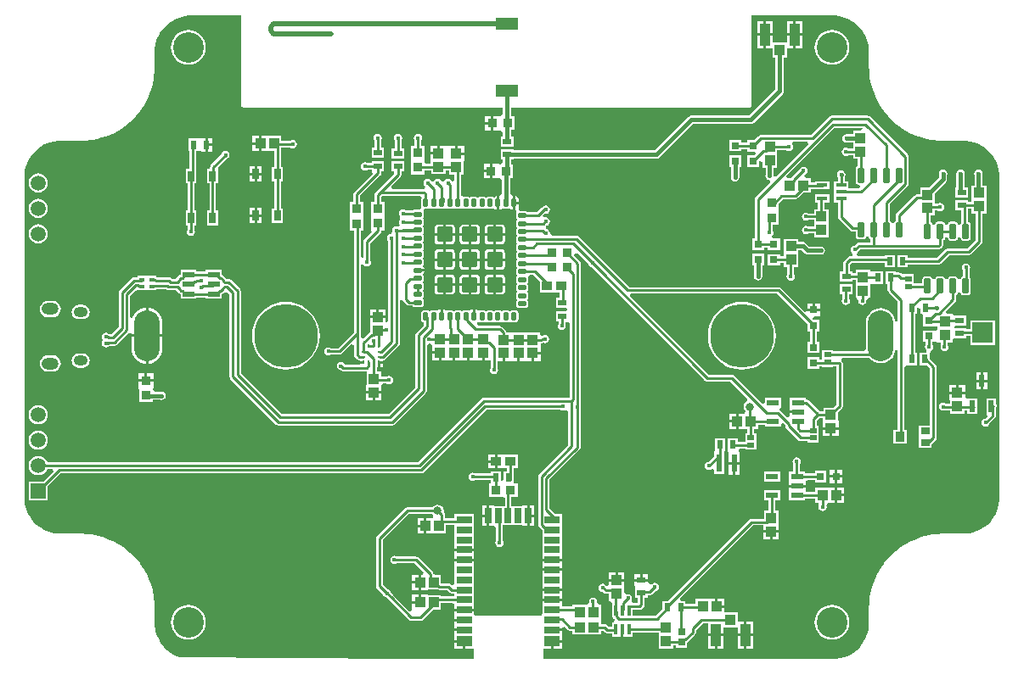
<source format=gbr>
%TF.GenerationSoftware,Altium Limited,Altium Designer,19.1.9 (167)*%
G04 Layer_Physical_Order=1*
G04 Layer_Color=255*
%FSLAX26Y26*%
%MOIN*%
%TF.FileFunction,Copper,L1,Top,Signal*%
%TF.Part,Single*%
G01*
G75*
%TA.AperFunction,SMDPad,CuDef*%
%ADD10R,0.041339X0.041339*%
%ADD11R,0.041339X0.041339*%
%ADD12R,0.025591X0.041339*%
%ADD13R,0.047244X0.023622*%
%ADD14R,0.041339X0.015748*%
%ADD15R,0.015748X0.041339*%
%ADD16R,0.023622X0.070866*%
%ADD17R,0.041340X0.086610*%
%ADD18R,0.039370X0.041340*%
%ADD19R,0.086614X0.047244*%
%ADD20R,0.018701X0.014764*%
G04:AMPARAMS|DCode=21|XSize=59.055mil|YSize=59.055mil|CornerRadius=2.953mil|HoleSize=0mil|Usage=FLASHONLY|Rotation=180.000|XOffset=0mil|YOffset=0mil|HoleType=Round|Shape=RoundedRectangle|*
%AMROUNDEDRECTD21*
21,1,0.059055,0.053150,0,0,180.0*
21,1,0.053150,0.059055,0,0,180.0*
1,1,0.005906,-0.026575,0.026575*
1,1,0.005906,0.026575,0.026575*
1,1,0.005906,0.026575,-0.026575*
1,1,0.005906,-0.026575,-0.026575*
%
%ADD21ROUNDEDRECTD21*%
G04:AMPARAMS|DCode=22|XSize=19.685mil|YSize=31.496mil|CornerRadius=3.937mil|HoleSize=0mil|Usage=FLASHONLY|Rotation=270.000|XOffset=0mil|YOffset=0mil|HoleType=Round|Shape=RoundedRectangle|*
%AMROUNDEDRECTD22*
21,1,0.019685,0.023622,0,0,270.0*
21,1,0.011811,0.031496,0,0,270.0*
1,1,0.007874,-0.011811,-0.005906*
1,1,0.007874,-0.011811,0.005906*
1,1,0.007874,0.011811,0.005906*
1,1,0.007874,0.011811,-0.005906*
%
%ADD22ROUNDEDRECTD22*%
G04:AMPARAMS|DCode=23|XSize=19.685mil|YSize=31.496mil|CornerRadius=3.937mil|HoleSize=0mil|Usage=FLASHONLY|Rotation=180.000|XOffset=0mil|YOffset=0mil|HoleType=Round|Shape=RoundedRectangle|*
%AMROUNDEDRECTD23*
21,1,0.019685,0.023622,0,0,180.0*
21,1,0.011811,0.031496,0,0,180.0*
1,1,0.007874,-0.005906,0.011811*
1,1,0.007874,0.005906,0.011811*
1,1,0.007874,0.005906,-0.011811*
1,1,0.007874,-0.005906,-0.011811*
%
%ADD23ROUNDEDRECTD23*%
%ADD24R,0.035433X0.025591*%
%ADD25R,0.035433X0.039370*%
%ADD26R,0.027559X0.019685*%
%ADD27R,0.023622X0.033465*%
%ADD28R,0.033465X0.023622*%
G04:AMPARAMS|DCode=29|XSize=23.622mil|YSize=57.087mil|CornerRadius=2.008mil|HoleSize=0mil|Usage=FLASHONLY|Rotation=180.000|XOffset=0mil|YOffset=0mil|HoleType=Round|Shape=RoundedRectangle|*
%AMROUNDEDRECTD29*
21,1,0.023622,0.053071,0,0,180.0*
21,1,0.019606,0.057087,0,0,180.0*
1,1,0.004016,-0.009803,0.026535*
1,1,0.004016,0.009803,0.026535*
1,1,0.004016,0.009803,-0.026535*
1,1,0.004016,-0.009803,-0.026535*
%
%ADD29ROUNDEDRECTD29*%
%ADD30R,0.059055X0.027559*%
%ADD31R,0.059055X0.039370*%
%ADD32R,0.027559X0.059055*%
%ADD33R,0.031496X0.029748*%
%ADD34R,0.040000X0.035000*%
%ADD35R,0.037000X0.038000*%
%ADD36R,0.029748X0.031496*%
%ADD37R,0.038000X0.037000*%
%ADD38R,0.023622X0.045276*%
%ADD39R,0.028346X0.027165*%
%ADD40R,0.011024X0.016142*%
%ADD41R,0.016142X0.011024*%
%TA.AperFunction,Conductor*%
%ADD42C,0.010280*%
%ADD43C,0.010000*%
%ADD44C,0.017000*%
%ADD45C,0.015000*%
%ADD46C,0.017340*%
%TA.AperFunction,NonConductor*%
%ADD47C,0.019685*%
%TA.AperFunction,ComponentPad*%
%ADD48C,0.250000*%
%ADD49O,0.100000X0.200000*%
%ADD50R,0.080000X0.080000*%
%ADD51O,0.066929X0.047244*%
%ADD52O,0.055118X0.039370*%
%ADD53C,0.059055*%
%ADD54R,0.059055X0.059055*%
%TA.AperFunction,ViaPad*%
%ADD55C,0.120000*%
%ADD56C,0.018000*%
%ADD57C,0.016000*%
%ADD58C,0.032000*%
G36*
X3217025Y2541579D02*
X3235030Y2536755D01*
X3252249Y2529622D01*
X3268391Y2520303D01*
X3283178Y2508956D01*
X3296358Y2495776D01*
X3307704Y2480989D01*
X3317024Y2464848D01*
X3324157Y2447627D01*
X3328981Y2429624D01*
X3331414Y2411144D01*
X3331413Y2401825D01*
Y2342770D01*
X3331451Y2342582D01*
X3331418Y2342394D01*
X3331750Y2328872D01*
X3331875Y2328316D01*
X3331819Y2327748D01*
X3334470Y2300833D01*
X3334690Y2300107D01*
Y2299349D01*
X3339966Y2272823D01*
X3340257Y2272122D01*
X3340331Y2271367D01*
X3348182Y2245487D01*
X3348539Y2244818D01*
X3348688Y2244073D01*
X3359037Y2219087D01*
X3359459Y2218456D01*
X3359679Y2217730D01*
X3372428Y2193879D01*
X3372909Y2193292D01*
X3373199Y2192591D01*
X3388225Y2170104D01*
X3388761Y2169568D01*
X3389119Y2168898D01*
X3406276Y2147992D01*
X3406863Y2147511D01*
X3407284Y2146880D01*
X3426408Y2127756D01*
X3427039Y2127335D01*
X3427520Y2126749D01*
X3448426Y2109591D01*
X3449095Y2109234D01*
X3449632Y2108697D01*
X3472119Y2093672D01*
X3472820Y2093381D01*
X3473406Y2092900D01*
X3497258Y2080151D01*
X3497984Y2079931D01*
X3498615Y2079510D01*
X3523601Y2069160D01*
X3524345Y2069012D01*
X3525014Y2068654D01*
X3550895Y2060803D01*
X3551650Y2060729D01*
X3552351Y2060439D01*
X3578876Y2055162D01*
X3579635D01*
X3580361Y2054942D01*
X3607276Y2052291D01*
X3607843Y2052347D01*
X3608399Y2052222D01*
X3621922Y2051890D01*
X3622110Y2051923D01*
X3622297Y2051886D01*
X3710356D01*
X3728837Y2049453D01*
X3746840Y2044629D01*
X3764060Y2037496D01*
X3780202Y2028177D01*
X3794989Y2016830D01*
X3808169Y2003650D01*
X3819515Y1988863D01*
X3828835Y1972721D01*
X3835967Y1955502D01*
X3840792Y1937498D01*
X3843224Y1919018D01*
Y1909699D01*
Y649856D01*
Y640537D01*
X3840792Y622058D01*
X3835967Y604053D01*
X3828835Y586834D01*
X3819515Y570692D01*
X3808169Y555905D01*
X3794989Y542725D01*
X3780202Y531378D01*
X3764060Y522059D01*
X3746840Y514926D01*
X3728837Y510102D01*
X3710357Y507669D01*
X3701038Y507669D01*
X3622297D01*
X3622110Y507632D01*
X3621922Y507665D01*
X3608399Y507333D01*
X3607843Y507208D01*
X3607276Y507264D01*
X3580361Y504613D01*
X3579635Y504393D01*
X3578876D01*
X3552351Y499116D01*
X3551650Y498826D01*
X3550895Y498752D01*
X3525014Y490901D01*
X3524345Y490543D01*
X3523601Y490395D01*
X3498615Y480046D01*
X3497984Y479624D01*
X3497258Y479404D01*
X3473406Y466655D01*
X3472820Y466174D01*
X3472119Y465883D01*
X3449632Y450858D01*
X3449095Y450321D01*
X3448426Y449964D01*
X3427520Y432806D01*
X3427039Y432220D01*
X3426408Y431798D01*
X3407284Y412675D01*
X3406863Y412044D01*
X3406276Y411563D01*
X3389119Y390656D01*
X3388761Y389988D01*
X3388225Y389451D01*
X3373199Y366964D01*
X3372909Y366263D01*
X3372428Y365676D01*
X3359679Y341825D01*
X3359459Y341099D01*
X3359037Y340468D01*
X3348688Y315481D01*
X3348539Y314737D01*
X3348182Y314068D01*
X3340331Y288188D01*
X3340257Y287433D01*
X3339966Y286732D01*
X3334690Y260207D01*
Y259448D01*
X3334470Y258722D01*
X3331819Y231807D01*
X3331875Y231239D01*
X3331750Y230683D01*
X3331418Y217161D01*
X3331451Y216972D01*
X3331413Y216785D01*
Y148411D01*
X3328980Y129931D01*
X3324157Y111928D01*
X3317023Y94707D01*
X3307704Y78566D01*
X3296357Y63779D01*
X3283178Y50599D01*
X3268391Y39252D01*
X3252249Y29933D01*
X3235029Y22800D01*
X3217025Y17976D01*
X3198546Y15543D01*
X2054157D01*
Y54559D01*
X2083000D01*
Y84244D01*
X2088000D01*
Y89244D01*
X2127528D01*
Y105740D01*
Y124520D01*
X2088000D01*
Y134520D01*
X2127528D01*
Y137662D01*
X2136766Y141489D01*
X2147628Y130627D01*
X2151928Y127754D01*
X2157000Y126745D01*
X2167756D01*
Y111331D01*
X2278244D01*
Y124972D01*
X2288244Y126011D01*
X2293628Y120627D01*
X2297928Y117754D01*
X2303000Y116745D01*
X2321535D01*
Y102929D01*
X2345126D01*
Y100929D01*
X2358000D01*
Y131598D01*
X2368000D01*
Y100929D01*
X2380874D01*
Y102929D01*
X2404465D01*
Y118344D01*
X2505331D01*
Y56756D01*
X2562669D01*
Y68863D01*
X2572827D01*
Y60535D01*
X2617173D01*
Y79985D01*
X2619631Y81627D01*
X2648002Y109998D01*
X2650875Y114298D01*
X2651884Y119371D01*
Y129139D01*
X2678530Y155785D01*
X2699260D01*
Y114000D01*
X2729930D01*
X2760600D01*
Y140370D01*
X2815400D01*
Y114000D01*
X2841070D01*
Y162305D01*
X2815685D01*
Y197710D01*
X2763244D01*
Y217000D01*
X2732575D01*
Y222000D01*
X2727575D01*
Y252669D01*
X2701905D01*
Y250669D01*
X2650756D01*
Y232255D01*
X2611402D01*
Y243732D01*
X2592031D01*
X2588204Y252971D01*
X2875884Y540651D01*
X2916331D01*
Y521425D01*
X2977669D01*
Y547095D01*
X2975669D01*
Y598244D01*
X2964042D01*
Y637787D01*
X2982409D01*
Y677409D01*
X2919165D01*
Y637787D01*
X2937533D01*
Y598244D01*
X2918331D01*
Y567160D01*
X2870394D01*
X2865321Y566151D01*
X2861021Y563278D01*
X2541476Y243732D01*
X2520599D01*
Y213013D01*
X2493573Y185987D01*
X2404465D01*
Y208816D01*
X2431142D01*
X2436215Y209825D01*
X2440515Y212698D01*
X2446372Y218556D01*
X2449246Y222856D01*
X2450255Y227929D01*
Y254598D01*
X2462732D01*
Y264478D01*
X2469732D01*
X2474805Y265487D01*
X2479105Y268360D01*
X2493035Y282290D01*
X2496243Y282928D01*
X2501535Y286465D01*
X2505072Y291757D01*
X2506314Y298000D01*
X2505072Y304243D01*
X2501535Y309535D01*
X2496243Y313072D01*
X2490000Y314313D01*
X2483757Y313072D01*
X2478465Y309535D01*
X2477899Y308690D01*
X2474732Y307731D01*
X2464732Y315152D01*
Y320591D01*
X2438000D01*
X2411268D01*
Y303779D01*
X2412203D01*
X2413268Y294220D01*
X2413268Y293779D01*
Y254598D01*
X2423745D01*
Y235326D01*
X2402877D01*
X2402151Y236143D01*
X2398447Y245326D01*
X2400072Y247757D01*
X2401314Y254000D01*
X2400072Y260243D01*
X2396535Y265535D01*
X2391243Y269072D01*
X2385000Y270313D01*
X2378757Y269072D01*
X2378669Y269013D01*
X2368669Y274358D01*
Y293906D01*
X2370669D01*
Y319575D01*
X2309331D01*
Y306882D01*
X2299331Y303849D01*
X2297535Y306535D01*
X2292243Y310072D01*
X2286000Y311313D01*
X2279757Y310072D01*
X2274465Y306535D01*
X2270928Y301243D01*
X2269686Y295000D01*
X2270928Y288757D01*
X2274465Y283465D01*
X2279757Y279928D01*
X2284992Y278887D01*
X2289109Y274769D01*
X2293409Y271896D01*
X2298482Y270887D01*
X2311331D01*
Y242756D01*
X2315946D01*
X2321535Y235071D01*
Y177732D01*
X2327860D01*
X2327937Y177623D01*
X2328038Y177118D01*
X2330911Y172818D01*
X2332359Y171370D01*
X2333342Y169980D01*
X2329319Y160268D01*
X2321535D01*
Y143255D01*
X2308490D01*
X2302372Y149373D01*
X2298072Y152246D01*
X2293000Y153255D01*
X2278244D01*
Y168669D01*
X2278244D01*
Y171331D01*
X2278244D01*
Y228669D01*
X2270363D01*
X2268265Y230708D01*
X2263651Y238669D01*
X2264314Y242000D01*
X2263072Y248243D01*
X2259535Y253535D01*
X2254243Y257072D01*
X2248000Y258313D01*
X2241757Y257072D01*
X2236465Y253535D01*
X2232928Y248243D01*
X2231686Y242000D01*
X2232349Y238669D01*
X2227735Y230708D01*
X2225637Y228669D01*
X2167756D01*
Y221515D01*
X2136560D01*
X2127528Y223851D01*
Y242630D01*
X2048472D01*
Y223850D01*
X2050472D01*
Y194463D01*
X2046000Y185157D01*
X1788000D01*
X1781155Y193006D01*
X1781071Y193198D01*
Y203260D01*
X1702016D01*
Y184480D01*
Y173890D01*
X1741543D01*
Y163890D01*
X1702016D01*
Y145110D01*
Y134520D01*
X1741543D01*
Y124520D01*
X1702016D01*
Y105740D01*
Y89244D01*
X1741543D01*
Y84244D01*
X1746543D01*
Y54559D01*
X1779843D01*
Y15543D01*
X1506838D01*
X629708Y21201D01*
X623739Y22800D01*
X606519Y29933D01*
X590377Y39252D01*
X575590Y50599D01*
X562410Y63779D01*
X551064Y78566D01*
X541744Y94707D01*
X534611Y111927D01*
X529788Y129931D01*
X527355Y148411D01*
X527355Y157730D01*
Y216786D01*
X527317Y216973D01*
X527350Y217161D01*
X527018Y230683D01*
X526893Y231240D01*
X526949Y231807D01*
X524298Y258722D01*
X524078Y259448D01*
Y260207D01*
X518802Y286732D01*
X518511Y287433D01*
X518437Y288188D01*
X510586Y314068D01*
X510228Y314738D01*
X510080Y315482D01*
X499731Y340468D01*
X499309Y341099D01*
X499089Y341825D01*
X486340Y365676D01*
X485859Y366263D01*
X485568Y366964D01*
X470543Y389451D01*
X470007Y389987D01*
X469649Y390657D01*
X452492Y411563D01*
X451905Y412044D01*
X451484Y412675D01*
X432360Y431799D01*
X431729Y432220D01*
X431248Y432806D01*
X410342Y449964D01*
X409673Y450321D01*
X409136Y450858D01*
X386649Y465883D01*
X385948Y466174D01*
X385362Y466655D01*
X361510Y479404D01*
X360784Y479624D01*
X360153Y480046D01*
X335167Y490395D01*
X334423Y490543D01*
X333754Y490901D01*
X307873Y498752D01*
X307118Y498826D01*
X306417Y499116D01*
X279892Y504393D01*
X279133D01*
X278407Y504613D01*
X251492Y507264D01*
X250925Y507208D01*
X250368Y507333D01*
X236846Y507665D01*
X236658Y507632D01*
X236470Y507669D01*
X157731Y507669D01*
X148411Y507669D01*
X129931Y510102D01*
X111928Y514926D01*
X94707Y522059D01*
X78566Y531378D01*
X63779Y542725D01*
X50599Y555905D01*
X39253Y570692D01*
X29933Y586834D01*
X22800Y604053D01*
X17976Y622057D01*
X15543Y640537D01*
X15543Y649856D01*
Y1909699D01*
X15543Y1919018D01*
X17976Y1937498D01*
X22800Y1955502D01*
X29933Y1972721D01*
X39252Y1988863D01*
X50599Y2003650D01*
X63779Y2016830D01*
X78566Y2028177D01*
X94707Y2037496D01*
X111927Y2044629D01*
X129931Y2049453D01*
X148411Y2051886D01*
X157730Y2051886D01*
X236470Y2051886D01*
X236658Y2051923D01*
X236846Y2051890D01*
X250368Y2052222D01*
X250925Y2052347D01*
X251492Y2052291D01*
X278407Y2054942D01*
X279133Y2055162D01*
X279892D01*
X306417Y2060439D01*
X307118Y2060729D01*
X307873Y2060803D01*
X333754Y2068654D01*
X334423Y2069012D01*
X335167Y2069160D01*
X360153Y2079510D01*
X360784Y2079931D01*
X361510Y2080151D01*
X385362Y2092900D01*
X385948Y2093381D01*
X386649Y2093672D01*
X409136Y2108697D01*
X409673Y2109234D01*
X410342Y2109591D01*
X431248Y2126749D01*
X431729Y2127335D01*
X432360Y2127757D01*
X451484Y2146880D01*
X451905Y2147511D01*
X452492Y2147992D01*
X469649Y2168899D01*
X470007Y2169568D01*
X470543Y2170104D01*
X485568Y2192591D01*
X485859Y2193292D01*
X486340Y2193879D01*
X499089Y2217730D01*
X499309Y2218456D01*
X499731Y2219087D01*
X510080Y2244073D01*
X510228Y2244818D01*
X510586Y2245487D01*
X518437Y2271367D01*
X518511Y2272122D01*
X518802Y2272823D01*
X524078Y2299349D01*
Y2300107D01*
X524298Y2300833D01*
X526949Y2327748D01*
X526893Y2328316D01*
X527018Y2328872D01*
X527350Y2342394D01*
X527317Y2342582D01*
X527355Y2342770D01*
X527355Y2401825D01*
X527355Y2411144D01*
X529788Y2429624D01*
X534611Y2447627D01*
X541744Y2464848D01*
X551064Y2480989D01*
X562410Y2495776D01*
X575590Y2508956D01*
X590377Y2520302D01*
X606519Y2529622D01*
X623739Y2536755D01*
X641742Y2541579D01*
X660222Y2544012D01*
X669542D01*
X866843D01*
X866843Y2192000D01*
X867464Y2188879D01*
X869232Y2186232D01*
X871879Y2184464D01*
X875000Y2183843D01*
X1893177Y2183843D01*
Y2158010D01*
X1883177Y2150135D01*
X1881500Y2150500D01*
X1875328Y2150500D01*
X1857500D01*
Y2122000D01*
Y2093500D01*
X1875328D01*
X1881500Y2093500D01*
X1884427Y2094138D01*
X1894427Y2086859D01*
Y2069164D01*
X1886268D01*
Y2029542D01*
X1935732D01*
Y2069164D01*
X1928073D01*
Y2095500D01*
X1938500D01*
Y2148500D01*
X1926823D01*
Y2183843D01*
X2863000Y2183843D01*
X2866121Y2184464D01*
X2868768Y2186233D01*
X2870536Y2188879D01*
X2871157Y2192000D01*
X2871157Y2544012D01*
X3189227D01*
X3198546D01*
X3217025Y2541579D01*
D02*
G37*
%LPC*%
G36*
X3069740Y2522305D02*
X3044070D01*
Y2474000D01*
X3069740D01*
Y2522305D01*
D02*
G37*
G36*
X2953600D02*
X2927930D01*
Y2474000D01*
X2953600D01*
Y2522305D01*
D02*
G37*
G36*
X3034070D02*
X3008400D01*
Y2474000D01*
X3034070D01*
Y2522305D01*
D02*
G37*
G36*
X2917930D02*
X2892260D01*
Y2474000D01*
X2917930D01*
Y2522305D01*
D02*
G37*
G36*
X3069740Y2464000D02*
X3044070D01*
Y2415695D01*
X3069740D01*
Y2464000D01*
D02*
G37*
G36*
X2917930D02*
X2892260D01*
Y2415695D01*
X2917930D01*
Y2464000D01*
D02*
G37*
G36*
X3186000Y2487329D02*
X3172670Y2486016D01*
X3159852Y2482128D01*
X3148038Y2475814D01*
X3137684Y2467316D01*
X3129186Y2456962D01*
X3122872Y2445148D01*
X3118984Y2432330D01*
X3117671Y2419000D01*
X3118984Y2405670D01*
X3122872Y2392852D01*
X3129186Y2381038D01*
X3137684Y2370684D01*
X3148038Y2362186D01*
X3159852Y2355872D01*
X3172670Y2351984D01*
X3186000Y2350671D01*
X3199330Y2351984D01*
X3212148Y2355872D01*
X3223962Y2362186D01*
X3234316Y2370684D01*
X3242814Y2381038D01*
X3249128Y2392852D01*
X3253016Y2405670D01*
X3254329Y2419000D01*
X3253016Y2432330D01*
X3249128Y2445148D01*
X3242814Y2456962D01*
X3234316Y2467316D01*
X3223962Y2475814D01*
X3212148Y2482128D01*
X3199330Y2486016D01*
X3186000Y2487329D01*
D02*
G37*
G36*
X659000D02*
X645670Y2486016D01*
X632852Y2482128D01*
X621038Y2475814D01*
X610684Y2467316D01*
X602187Y2456962D01*
X595872Y2445148D01*
X591984Y2432330D01*
X590671Y2419000D01*
X591984Y2405670D01*
X595872Y2392852D01*
X602187Y2381038D01*
X610684Y2370684D01*
X621038Y2362186D01*
X632852Y2355872D01*
X645670Y2351984D01*
X659000Y2350671D01*
X672330Y2351984D01*
X685148Y2355872D01*
X696962Y2362186D01*
X707316Y2370684D01*
X715813Y2381038D01*
X722128Y2392852D01*
X726016Y2405670D01*
X727329Y2419000D01*
X726016Y2432330D01*
X722128Y2445148D01*
X715813Y2456962D01*
X707316Y2467316D01*
X696962Y2475814D01*
X685148Y2482128D01*
X672330Y2486016D01*
X659000Y2487329D01*
D02*
G37*
G36*
X2953600Y2464000D02*
X2927930D01*
Y2415695D01*
X2953315D01*
Y2380290D01*
X2964177D01*
Y2255968D01*
X2860032Y2151823D01*
X2634456D01*
X2634456Y2151823D01*
X2628018Y2150543D01*
X2622560Y2146896D01*
X2622560Y2146896D01*
X2490659Y2014995D01*
X1935732D01*
Y2017982D01*
X1886268D01*
Y1978360D01*
X1891927D01*
Y1966404D01*
X1881927Y1960317D01*
X1876500Y1961500D01*
X1870328Y1961500D01*
X1852500D01*
Y1933000D01*
Y1904500D01*
X1870328D01*
X1876500Y1904500D01*
X1879326Y1905116D01*
X1889326Y1897789D01*
Y1841721D01*
X1880401Y1834021D01*
X1879496D01*
Y1808000D01*
Y1781979D01*
X1880401D01*
X1885839Y1783061D01*
X1890449Y1786141D01*
X1895429Y1784945D01*
X1900087Y1784018D01*
X1911898D01*
X1916555Y1784945D01*
X1921535Y1786141D01*
X1926145Y1783061D01*
X1931583Y1781979D01*
X1932488D01*
Y1808000D01*
Y1834021D01*
X1931583D01*
X1922973Y1841931D01*
Y1906500D01*
X1933500D01*
Y1959500D01*
X1925573D01*
Y1978360D01*
X1935732D01*
Y1981348D01*
X2497627D01*
X2504065Y1982629D01*
X2509523Y1986275D01*
X2641424Y2118177D01*
X2867000D01*
X2873438Y2119457D01*
X2878896Y2123104D01*
X2992896Y2237104D01*
X2992896Y2237104D01*
X2996543Y2242562D01*
X2997823Y2249000D01*
Y2380290D01*
X3008685D01*
Y2415695D01*
X3034070D01*
Y2464000D01*
X3008400D01*
Y2437630D01*
X2953600D01*
Y2464000D01*
D02*
G37*
G36*
X1847500Y2150500D02*
X1823500D01*
Y2127000D01*
X1847500D01*
Y2150500D01*
D02*
G37*
G36*
Y2117000D02*
X1823500D01*
Y2093500D01*
X1847500D01*
Y2117000D01*
D02*
G37*
G36*
X3326000Y2151255D02*
X3186160D01*
X3181087Y2150246D01*
X3176787Y2147372D01*
X3103913Y2074499D01*
X2905496D01*
X2900424Y2073490D01*
X2896124Y2070617D01*
X2881003Y2055496D01*
X2852252D01*
Y2046377D01*
X2830748D01*
Y2056496D01*
X2783252D01*
Y2010748D01*
X2830748D01*
Y2019867D01*
X2852252D01*
Y2009748D01*
X2881775D01*
X2885695Y2000685D01*
X2880452Y1994252D01*
X2852252D01*
Y1948504D01*
X2899748D01*
Y1971129D01*
X2903331Y1973833D01*
X2913331Y1968853D01*
Y1945756D01*
X2925388D01*
Y1918525D01*
X2924686Y1915000D01*
X2925928Y1908757D01*
X2929465Y1903465D01*
X2934757Y1899928D01*
X2939678Y1898949D01*
X2942271Y1894541D01*
X2943947Y1889077D01*
X2886628Y1831757D01*
X2883754Y1827457D01*
X2882745Y1822385D01*
Y1669496D01*
X2872252D01*
Y1623748D01*
X2919748D01*
Y1632867D01*
X2934252D01*
Y1622748D01*
X2981748D01*
Y1668496D01*
X2953119D01*
X2950086Y1678496D01*
X2951535Y1679465D01*
X2955072Y1684757D01*
X2956314Y1691000D01*
X2955072Y1697243D01*
X2953255Y1699962D01*
Y1723500D01*
X2975500D01*
Y1772500D01*
X2975500Y1780000D01*
X2975500Y1787500D01*
Y1805755D01*
X2993490Y1823745D01*
X3043000D01*
X3048072Y1824754D01*
X3052372Y1827628D01*
X3073076Y1848331D01*
X3102244D01*
Y1863745D01*
X3118929D01*
Y1861717D01*
X3176268D01*
Y1893465D01*
X3118929D01*
Y1890255D01*
X3102244D01*
Y1905669D01*
X3083254D01*
X3077704Y1915669D01*
X3079665Y1918813D01*
X3080243Y1918928D01*
X3085535Y1922465D01*
X3089072Y1927757D01*
X3090314Y1934000D01*
X3089072Y1940243D01*
X3085535Y1945535D01*
X3080243Y1949072D01*
X3074000Y1950313D01*
X3067757Y1949072D01*
X3062465Y1945535D01*
X3060094Y1941987D01*
X3026722Y1908616D01*
X3024753Y1905669D01*
X3011095D01*
X3007268Y1914908D01*
X3195106Y2102745D01*
X3303885D01*
X3304888Y2101244D01*
X3299543Y2091244D01*
X3269331D01*
Y2077995D01*
X3243601D01*
X3242000Y2078314D01*
X3235757Y2077072D01*
X3230465Y2073535D01*
X3226928Y2068243D01*
X3225686Y2062000D01*
X3226928Y2055757D01*
X3230465Y2050465D01*
X3235757Y2046928D01*
X3242000Y2045687D01*
X3245525Y2046388D01*
X3269331D01*
Y2022255D01*
X3249962D01*
X3247243Y2024072D01*
X3241000Y2025313D01*
X3234757Y2024072D01*
X3229465Y2020535D01*
X3225928Y2015243D01*
X3224686Y2009000D01*
X3225928Y2002757D01*
X3229465Y1997465D01*
X3234757Y1993928D01*
X3241000Y1992687D01*
X3247243Y1993928D01*
X3249962Y1995745D01*
X3269331D01*
Y1980756D01*
X3285745D01*
Y1953336D01*
X3285292Y1953246D01*
X3281982Y1951034D01*
X3279770Y1947724D01*
X3278993Y1943819D01*
Y1890748D01*
X3279770Y1886843D01*
X3281982Y1883533D01*
X3285292Y1881321D01*
X3289197Y1880544D01*
X3292522D01*
X3296850Y1870852D01*
X3292471Y1865255D01*
X3251071D01*
Y1893465D01*
X3235656D01*
Y1908430D01*
X3238104Y1912094D01*
X3239398Y1918598D01*
X3238104Y1925103D01*
X3234420Y1930617D01*
X3234018Y1931018D01*
X3228504Y1934703D01*
X3222000Y1935997D01*
X3215496Y1934703D01*
X3209982Y1931018D01*
X3206297Y1925504D01*
X3205003Y1919000D01*
X3206297Y1912496D01*
X3209147Y1908231D01*
Y1893465D01*
X3193732D01*
Y1861717D01*
Y1836126D01*
Y1810535D01*
X3209147D01*
Y1753598D01*
X3210156Y1748526D01*
X3213029Y1744226D01*
X3257628Y1699628D01*
X3261928Y1696754D01*
X3267000Y1695745D01*
X3278993D01*
Y1676181D01*
X3279770Y1672276D01*
X3281982Y1668966D01*
X3285292Y1666754D01*
X3289197Y1665977D01*
X3308803D01*
X3312708Y1666754D01*
X3316018Y1668966D01*
X3318230Y1672276D01*
X3319007Y1676181D01*
X3328993D01*
X3329770Y1672276D01*
X3331982Y1668966D01*
X3335292Y1666754D01*
X3335745Y1666664D01*
Y1653255D01*
X3291527D01*
X3286454Y1652246D01*
X3282154Y1649372D01*
X3272622Y1639841D01*
X3268757Y1639072D01*
X3263465Y1635535D01*
X3259928Y1630243D01*
X3258686Y1624000D01*
X3259928Y1617757D01*
X3263465Y1612465D01*
X3266772Y1610255D01*
X3265006Y1600255D01*
X3257858D01*
X3252786Y1599246D01*
X3248485Y1596372D01*
X3232628Y1580515D01*
X3229754Y1576215D01*
X3228745Y1571142D01*
Y1539401D01*
X3217268D01*
Y1499780D01*
X3266732D01*
Y1506336D01*
X3279331D01*
Y1487906D01*
Y1434756D01*
X3281605D01*
X3283184Y1433710D01*
X3289036Y1424756D01*
X3288686Y1423000D01*
X3289928Y1416757D01*
X3293465Y1411465D01*
X3298757Y1407928D01*
X3305000Y1406687D01*
X3311243Y1407928D01*
X3316535Y1411465D01*
X3320072Y1416757D01*
X3321314Y1423000D01*
X3320964Y1424756D01*
X3326816Y1433710D01*
X3328395Y1434756D01*
X3336669D01*
Y1489097D01*
X3346599Y1489268D01*
Y1489268D01*
X3386220D01*
Y1538732D01*
X3346599D01*
Y1538732D01*
X3336669Y1538903D01*
Y1545244D01*
X3279331D01*
Y1532845D01*
X3266732D01*
Y1539401D01*
X3255255D01*
Y1565652D01*
X3263348Y1573745D01*
X3393599D01*
Y1554268D01*
X3433220D01*
Y1603732D01*
X3393599D01*
Y1600255D01*
X3284994D01*
X3283228Y1610255D01*
X3286535Y1612465D01*
X3290072Y1617757D01*
X3290579Y1620307D01*
X3297017Y1626745D01*
X3605142D01*
X3610215Y1627754D01*
X3614515Y1630628D01*
X3620372Y1636485D01*
X3623246Y1640785D01*
X3624255Y1645858D01*
Y1661230D01*
X3624708Y1661321D01*
X3628018Y1663533D01*
X3630230Y1666843D01*
X3631007Y1670748D01*
X3640993D01*
X3641770Y1666843D01*
X3643982Y1663533D01*
X3647292Y1661321D01*
X3651197Y1660544D01*
X3670803D01*
X3674708Y1661321D01*
X3678018Y1663533D01*
X3680230Y1666843D01*
X3681007Y1670748D01*
X3690993D01*
X3691770Y1666843D01*
X3693982Y1663533D01*
X3697292Y1661321D01*
X3701197Y1660544D01*
X3720803D01*
X3724708Y1661321D01*
X3728018Y1663533D01*
X3730230Y1666843D01*
X3731007Y1670748D01*
Y1723819D01*
X3730230Y1727724D01*
X3728018Y1731034D01*
X3724708Y1733246D01*
X3720987Y1733986D01*
Y1785155D01*
X3734331D01*
Y1765756D01*
X3749745D01*
Y1661490D01*
X3718510Y1630255D01*
X3641000D01*
X3635928Y1629246D01*
X3631628Y1626372D01*
X3597510Y1592255D01*
X3484402D01*
Y1603732D01*
X3444780D01*
Y1554268D01*
X3484402D01*
Y1565745D01*
X3603000D01*
X3608072Y1566754D01*
X3612372Y1569628D01*
X3646490Y1603745D01*
X3724000D01*
X3729072Y1604754D01*
X3733372Y1607628D01*
X3772372Y1646628D01*
X3775246Y1650928D01*
X3776255Y1656000D01*
Y1765756D01*
X3791669D01*
Y1818906D01*
Y1876244D01*
X3776995D01*
Y1921399D01*
X3777314Y1923000D01*
X3776072Y1929243D01*
X3772535Y1934535D01*
X3767243Y1938072D01*
X3761000Y1939313D01*
X3754757Y1938072D01*
X3749465Y1934535D01*
X3745928Y1929243D01*
X3744686Y1923000D01*
X3745388Y1919475D01*
Y1876244D01*
X3734331D01*
Y1811664D01*
X3720732D01*
Y1818220D01*
X3671268D01*
Y1778599D01*
X3694478D01*
Y1731366D01*
X3693982Y1731034D01*
X3691770Y1727724D01*
X3690993Y1723819D01*
X3681007D01*
X3680230Y1727724D01*
X3678018Y1731034D01*
X3674708Y1733246D01*
X3670803Y1734023D01*
X3651197D01*
X3647292Y1733246D01*
X3643982Y1731034D01*
X3641770Y1727724D01*
X3640993Y1723819D01*
X3631007D01*
X3630230Y1727724D01*
X3628018Y1731034D01*
X3624708Y1733246D01*
X3620803Y1734023D01*
X3601197D01*
X3597292Y1733246D01*
X3593982Y1731034D01*
X3591770Y1727724D01*
X3590993Y1723819D01*
X3581007D01*
X3580230Y1727724D01*
X3578018Y1731034D01*
X3574708Y1733246D01*
X3574255Y1733336D01*
Y1758756D01*
X3589669D01*
Y1778745D01*
X3601038D01*
X3603757Y1776928D01*
X3610000Y1775687D01*
X3616243Y1776928D01*
X3621535Y1780465D01*
X3625072Y1785757D01*
X3626314Y1792000D01*
X3625072Y1798243D01*
X3621535Y1803535D01*
X3616243Y1807072D01*
X3610000Y1808313D01*
X3603757Y1807072D01*
X3601038Y1805255D01*
X3589669D01*
Y1846894D01*
X3632984Y1890209D01*
X3636409Y1895336D01*
X3637612Y1901383D01*
Y1919475D01*
X3638314Y1923000D01*
X3637072Y1929243D01*
X3633535Y1934535D01*
X3628243Y1938072D01*
X3622000Y1939313D01*
X3615757Y1938072D01*
X3610465Y1934535D01*
X3606928Y1929243D01*
X3605686Y1923000D01*
X3606005Y1921399D01*
Y1907930D01*
X3567320Y1869244D01*
X3532331D01*
Y1841113D01*
X3518858D01*
X3513786Y1840104D01*
X3509486Y1837231D01*
X3439628Y1767372D01*
X3436754Y1763072D01*
X3435745Y1758000D01*
Y1738769D01*
X3435292Y1738679D01*
X3431982Y1736467D01*
X3429770Y1733157D01*
X3428993Y1729252D01*
X3419007D01*
X3418230Y1733157D01*
X3416018Y1736467D01*
X3412708Y1738679D01*
X3412255Y1738769D01*
Y1803054D01*
X3483184Y1873983D01*
X3486057Y1878283D01*
X3487066Y1883355D01*
Y1990189D01*
X3486057Y1995261D01*
X3483184Y1999562D01*
X3335372Y2147372D01*
X3331072Y2150246D01*
X3326000Y2151255D01*
D02*
G37*
G36*
X936850Y2072669D02*
X911181D01*
Y2047000D01*
X936850D01*
Y2072669D01*
D02*
G37*
G36*
X752827Y2063732D02*
X736016D01*
Y2042000D01*
X752827D01*
Y2063732D01*
D02*
G37*
G36*
X972520Y2072669D02*
X946850D01*
Y2042000D01*
Y2011331D01*
X972520D01*
Y2013331D01*
X995068D01*
Y1950362D01*
X987528D01*
Y1893024D01*
X995068D01*
Y1786976D01*
X987528D01*
Y1729638D01*
X1029118D01*
Y1786976D01*
X1021577D01*
Y1893024D01*
X1029118D01*
Y1950362D01*
X1021577D01*
Y2013331D01*
X1023669D01*
Y2025745D01*
X1060038D01*
X1062757Y2023928D01*
X1069000Y2022687D01*
X1075243Y2023928D01*
X1080535Y2027465D01*
X1084072Y2032757D01*
X1085313Y2039000D01*
X1084072Y2045243D01*
X1080535Y2050535D01*
X1075243Y2054072D01*
X1069000Y2055314D01*
X1062757Y2054072D01*
X1060038Y2052255D01*
X1023669D01*
Y2070669D01*
X972520D01*
Y2072669D01*
D02*
G37*
G36*
X936850Y2037000D02*
X911181D01*
Y2011331D01*
X936850D01*
Y2037000D01*
D02*
G37*
G36*
X752827Y2032000D02*
X736016D01*
Y2010268D01*
X752827D01*
Y2032000D01*
D02*
G37*
G36*
X726016Y2063732D02*
X709205D01*
Y2062797D01*
X699646Y2061732D01*
X699205Y2061732D01*
X660024D01*
Y2012268D01*
X661714D01*
Y1941362D01*
X649307D01*
Y1884024D01*
X656848D01*
Y1777976D01*
X649307D01*
Y1720638D01*
X656297D01*
Y1703787D01*
X653928Y1700243D01*
X652687Y1694000D01*
X653928Y1687757D01*
X657465Y1682465D01*
X662757Y1678928D01*
X669000Y1677687D01*
X675243Y1678928D01*
X680535Y1682465D01*
X684072Y1687757D01*
X685313Y1694000D01*
X684072Y1700243D01*
X682806Y1702137D01*
Y1720638D01*
X690898D01*
Y1777976D01*
X683357D01*
Y1884024D01*
X690898D01*
Y1941362D01*
X688223D01*
Y2012268D01*
X699205D01*
X699646Y2012268D01*
X709205Y2011203D01*
Y2010268D01*
X726016D01*
Y2037000D01*
Y2063732D01*
D02*
G37*
G36*
X1636000Y2033244D02*
X1610331D01*
Y2007575D01*
X1636000D01*
Y2033244D01*
D02*
G37*
G36*
X1741669Y2032244D02*
X1716000D01*
Y2006575D01*
X1741669D01*
Y2032244D01*
D02*
G37*
G36*
X1402000Y2079314D02*
X1395757Y2078072D01*
X1390465Y2074535D01*
X1386928Y2069243D01*
X1385687Y2063000D01*
X1386928Y2056757D01*
X1388745Y2054038D01*
Y2024401D01*
X1378268D01*
Y1984780D01*
X1427732D01*
Y2024401D01*
X1415255D01*
Y2054038D01*
X1417072Y2056757D01*
X1418313Y2063000D01*
X1417072Y2069243D01*
X1413535Y2074535D01*
X1408243Y2078072D01*
X1402000Y2079314D01*
D02*
G37*
G36*
X1482000D02*
X1475757Y2078072D01*
X1470465Y2074535D01*
X1466928Y2069243D01*
X1465687Y2063000D01*
X1466928Y2056757D01*
X1468745Y2054038D01*
Y2023401D01*
X1457268D01*
Y1983780D01*
X1506732D01*
Y2023401D01*
X1495255D01*
Y2054038D01*
X1497072Y2056757D01*
X1498313Y2063000D01*
X1497072Y2069243D01*
X1493535Y2074535D01*
X1488243Y2078072D01*
X1482000Y2079314D01*
D02*
G37*
G36*
X805000Y2012313D02*
X798757Y2011072D01*
X793465Y2007535D01*
X789928Y2002243D01*
X789290Y1999035D01*
X747990Y1957735D01*
X745116Y1953435D01*
X744107Y1948362D01*
Y1941362D01*
X733953D01*
Y1884024D01*
X741493D01*
Y1777976D01*
X733953D01*
Y1720638D01*
X775543D01*
Y1777976D01*
X768003D01*
Y1884024D01*
X775543D01*
Y1941362D01*
X775543D01*
X778063Y1950318D01*
X808035Y1980290D01*
X811243Y1980928D01*
X816535Y1984465D01*
X820072Y1989757D01*
X821313Y1996000D01*
X820072Y2002243D01*
X816535Y2007535D01*
X811243Y2011072D01*
X805000Y2012313D01*
D02*
G37*
G36*
X1842500Y1961500D02*
X1818500D01*
Y1938000D01*
X1842500D01*
Y1961500D01*
D02*
G37*
G36*
X946472Y1952362D02*
X928677D01*
Y1926693D01*
X946472D01*
Y1952362D01*
D02*
G37*
G36*
X918677D02*
X900882D01*
Y1926693D01*
X918677D01*
Y1952362D01*
D02*
G37*
G36*
X1842500Y1928000D02*
X1818500D01*
Y1904500D01*
X1842500D01*
Y1928000D01*
D02*
G37*
G36*
X2830748Y1995252D02*
X2783252D01*
Y1949504D01*
X2790388D01*
Y1912525D01*
X2789686Y1909000D01*
X2790928Y1902757D01*
X2794465Y1897465D01*
X2799757Y1893928D01*
X2806000Y1892687D01*
X2812243Y1893928D01*
X2817535Y1897465D01*
X2821072Y1902757D01*
X2822314Y1909000D01*
X2821995Y1910601D01*
Y1949504D01*
X2830748D01*
Y1995252D01*
D02*
G37*
G36*
X1561000Y2079314D02*
X1554757Y2078072D01*
X1549465Y2074535D01*
X1545928Y2069243D01*
X1544687Y2063000D01*
X1545928Y2056757D01*
X1547745Y2054038D01*
Y2033500D01*
X1533500D01*
Y1984500D01*
X1533500Y1977000D01*
X1533500Y1969500D01*
Y1920500D01*
X1586500D01*
Y1936170D01*
X1612331D01*
Y1920756D01*
X1669669D01*
Y1937139D01*
X1682331D01*
Y1919756D01*
X1703761D01*
Y1896075D01*
X1694506Y1892572D01*
X1693761Y1892708D01*
X1690535Y1897535D01*
X1685243Y1901072D01*
X1679000Y1902313D01*
X1672757Y1901072D01*
X1667465Y1897535D01*
X1663928Y1892243D01*
X1663089Y1891927D01*
X1653072Y1892243D01*
X1649535Y1897535D01*
X1644243Y1901072D01*
X1638000Y1902313D01*
X1631757Y1901072D01*
X1626465Y1897535D01*
X1623960Y1893788D01*
X1618500Y1892935D01*
X1613040Y1893788D01*
X1610535Y1897535D01*
X1605243Y1901072D01*
X1599000Y1902313D01*
X1592757Y1901072D01*
X1587465Y1897535D01*
X1583928Y1892243D01*
X1582687Y1886000D01*
X1583928Y1879757D01*
X1587465Y1874465D01*
X1590670Y1872323D01*
X1586768Y1862903D01*
X1585000Y1863255D01*
X1459065D01*
X1455238Y1872494D01*
X1491372Y1908628D01*
X1494246Y1912928D01*
X1495255Y1918000D01*
Y1932598D01*
X1506732D01*
Y1972220D01*
X1457268D01*
Y1932598D01*
X1466592D01*
X1467853Y1922598D01*
X1404628Y1859372D01*
X1392628Y1847372D01*
X1389754Y1843072D01*
X1388745Y1838000D01*
Y1813500D01*
X1375500D01*
Y1764500D01*
X1375500Y1757000D01*
X1375500Y1749500D01*
Y1700500D01*
X1375500D01*
X1378796Y1692542D01*
X1350628Y1664372D01*
X1347754Y1660072D01*
X1346745Y1655000D01*
Y1591987D01*
X1346097Y1591335D01*
X1336097Y1595461D01*
Y1699500D01*
X1347500D01*
Y1748500D01*
X1347500Y1756000D01*
X1347500Y1763500D01*
Y1812500D01*
X1334255D01*
Y1837510D01*
X1412372Y1915628D01*
X1415246Y1919928D01*
X1416255Y1925000D01*
Y1933598D01*
X1427732D01*
Y1973220D01*
X1378268D01*
Y1965959D01*
X1360908D01*
X1359243Y1967072D01*
X1353000Y1968313D01*
X1346757Y1967072D01*
X1341465Y1963535D01*
X1337928Y1958243D01*
X1336687Y1952000D01*
X1337928Y1945757D01*
X1341465Y1940465D01*
X1346757Y1936928D01*
X1353000Y1935687D01*
X1359243Y1936928D01*
X1363017Y1939450D01*
X1378268D01*
Y1933598D01*
X1378711D01*
X1382853Y1923598D01*
X1311628Y1852372D01*
X1308754Y1848072D01*
X1307745Y1843000D01*
Y1812500D01*
X1294500D01*
Y1763500D01*
X1294500Y1756000D01*
X1294500Y1748500D01*
Y1699500D01*
X1309588D01*
Y1300333D01*
X1246510Y1237255D01*
X1217962D01*
X1215243Y1239072D01*
X1209000Y1240313D01*
X1202757Y1239072D01*
X1197465Y1235535D01*
X1193928Y1230243D01*
X1192687Y1224000D01*
X1193928Y1217757D01*
X1197465Y1212465D01*
X1202757Y1208928D01*
X1209000Y1207687D01*
X1215243Y1208928D01*
X1217962Y1210745D01*
X1252000D01*
X1257072Y1211754D01*
X1261372Y1214628D01*
X1300349Y1253604D01*
X1309588Y1249777D01*
Y1211532D01*
X1310597Y1206459D01*
X1313470Y1202159D01*
X1321671Y1193958D01*
X1325971Y1191085D01*
X1328843Y1190514D01*
Y1189646D01*
X1331961D01*
Y1185913D01*
X1347472D01*
Y1175913D01*
X1331961D01*
Y1173097D01*
X1273101D01*
X1273072Y1173243D01*
X1269535Y1178535D01*
X1264243Y1182072D01*
X1258000Y1183313D01*
X1251757Y1182072D01*
X1246465Y1178535D01*
X1242928Y1173243D01*
X1241687Y1167000D01*
X1242928Y1160757D01*
X1246465Y1155465D01*
X1251757Y1151928D01*
X1256992Y1150887D01*
X1257409Y1150470D01*
X1261709Y1147597D01*
X1266781Y1146588D01*
X1349301D01*
X1358331Y1144244D01*
X1358331Y1139900D01*
Y1093094D01*
X1356331D01*
Y1067425D01*
X1387000D01*
X1417669D01*
Y1093094D01*
X1425743Y1097745D01*
X1438038D01*
X1440757Y1095928D01*
X1447000Y1094687D01*
X1453243Y1095928D01*
X1458535Y1099465D01*
X1462072Y1104757D01*
X1463313Y1111000D01*
X1462072Y1117243D01*
X1458535Y1122535D01*
X1453243Y1126072D01*
X1447000Y1127313D01*
X1440757Y1126072D01*
X1438038Y1124255D01*
X1415669D01*
Y1144244D01*
X1400097D01*
Y1162843D01*
X1401528D01*
Y1180913D01*
X1406528D01*
Y1185913D01*
X1422039D01*
Y1189646D01*
X1425157D01*
Y1190384D01*
X1428681Y1191085D01*
X1432982Y1193958D01*
X1486372Y1247349D01*
X1489246Y1251649D01*
X1490255Y1256722D01*
Y1426454D01*
X1500255Y1427439D01*
X1500754Y1424928D01*
X1503628Y1420628D01*
X1516375Y1407880D01*
X1520676Y1405006D01*
X1525748Y1403997D01*
X1538278D01*
X1539118Y1402741D01*
X1543067Y1400102D01*
X1547724Y1399176D01*
X1571346D01*
X1576004Y1400102D01*
X1579953Y1402741D01*
X1582591Y1406689D01*
X1583517Y1411347D01*
Y1423158D01*
X1582591Y1427815D01*
X1580461Y1433000D01*
X1582591Y1438185D01*
X1583517Y1442843D01*
Y1454654D01*
X1582591Y1459311D01*
X1579953Y1463260D01*
Y1465733D01*
X1582591Y1469681D01*
X1583517Y1474339D01*
Y1486150D01*
X1582591Y1490807D01*
X1580461Y1495992D01*
X1582591Y1501177D01*
X1583517Y1505835D01*
Y1517646D01*
X1582591Y1522303D01*
X1581394Y1527283D01*
X1584475Y1531893D01*
X1585556Y1537331D01*
Y1538236D01*
X1559535D01*
Y1548236D01*
X1585556D01*
Y1549142D01*
X1584475Y1554580D01*
X1581394Y1559190D01*
X1582591Y1564169D01*
X1583517Y1568827D01*
Y1580638D01*
X1582591Y1585295D01*
X1580461Y1590480D01*
X1582591Y1595665D01*
X1583517Y1600323D01*
Y1612134D01*
X1582591Y1616792D01*
X1579953Y1620740D01*
Y1623213D01*
X1582591Y1627161D01*
X1583517Y1631819D01*
Y1643630D01*
X1582591Y1648288D01*
X1579953Y1652236D01*
Y1654709D01*
X1582591Y1658658D01*
X1583517Y1663315D01*
Y1675126D01*
X1582591Y1679784D01*
X1580461Y1684969D01*
X1582591Y1690154D01*
X1583517Y1694811D01*
Y1706622D01*
X1582591Y1711280D01*
X1579953Y1715228D01*
Y1717701D01*
X1582591Y1721650D01*
X1583517Y1726307D01*
Y1738118D01*
X1582591Y1742776D01*
X1580461Y1747961D01*
X1582591Y1753146D01*
X1583517Y1757803D01*
Y1769614D01*
X1582591Y1774272D01*
X1582549Y1774335D01*
X1583420Y1777610D01*
X1587905Y1784018D01*
X1596937D01*
X1601595Y1784945D01*
X1606780Y1787075D01*
X1611965Y1784945D01*
X1616622Y1784018D01*
X1628433D01*
X1633091Y1784945D01*
X1637039Y1787583D01*
X1639512D01*
X1643460Y1784945D01*
X1648118Y1784018D01*
X1659929D01*
X1664587Y1784945D01*
X1669772Y1787075D01*
X1674957Y1784945D01*
X1679614Y1784018D01*
X1691425D01*
X1696083Y1784945D01*
X1700031Y1787583D01*
X1702504D01*
X1706453Y1784945D01*
X1711110Y1784018D01*
X1722921D01*
X1727579Y1784945D01*
X1731527Y1787583D01*
X1734000D01*
X1737949Y1784945D01*
X1742606Y1784018D01*
X1754417D01*
X1759075Y1784945D01*
X1764260Y1787075D01*
X1769445Y1784945D01*
X1774102Y1784018D01*
X1785913D01*
X1790571Y1784945D01*
X1794519Y1787583D01*
X1796992D01*
X1800941Y1784945D01*
X1805598Y1784018D01*
X1817409D01*
X1822067Y1784945D01*
X1826015Y1787583D01*
X1828488D01*
X1832437Y1784945D01*
X1837094Y1784018D01*
X1848906D01*
X1853563Y1784945D01*
X1858543Y1786141D01*
X1863153Y1783061D01*
X1868591Y1781979D01*
X1869496D01*
Y1808000D01*
Y1834021D01*
X1868591D01*
X1863153Y1832939D01*
X1858543Y1829859D01*
X1853563Y1831055D01*
X1848906Y1831982D01*
X1837094D01*
X1832437Y1831055D01*
X1828488Y1828417D01*
X1826015D01*
X1822067Y1831055D01*
X1817409Y1831982D01*
X1805598D01*
X1800941Y1831055D01*
X1796992Y1828417D01*
X1794519D01*
X1790571Y1831055D01*
X1785913Y1831982D01*
X1774102D01*
X1769445Y1831055D01*
X1764260Y1828925D01*
X1759075Y1831055D01*
X1754417Y1831982D01*
X1742606D01*
X1740271Y1831517D01*
X1732914Y1835577D01*
X1730270Y1837952D01*
Y1919756D01*
X1739669D01*
Y1970906D01*
X1741669D01*
Y1996575D01*
X1711000D01*
Y2001575D01*
X1706000D01*
Y2032244D01*
X1680331D01*
Y2032244D01*
X1671669Y2033244D01*
Y2033244D01*
X1670745Y2033244D01*
X1646000D01*
Y2002575D01*
X1641000D01*
Y1997575D01*
X1610331D01*
Y1971906D01*
X1610331D01*
X1608461Y1962680D01*
X1593571D01*
X1586500Y1969751D01*
X1586500Y1977000D01*
X1586500Y1984500D01*
Y2033500D01*
X1574255D01*
Y2054038D01*
X1576072Y2056757D01*
X1577313Y2063000D01*
X1576072Y2069243D01*
X1572535Y2074535D01*
X1567243Y2078072D01*
X1561000Y2079314D01*
D02*
G37*
G36*
X946472Y1916693D02*
X928677D01*
Y1891024D01*
X946472D01*
Y1916693D01*
D02*
G37*
G36*
X918677D02*
X900882D01*
Y1891024D01*
X918677D01*
Y1916693D01*
D02*
G37*
G36*
X70000Y1924851D02*
X60203Y1923562D01*
X51074Y1919780D01*
X43235Y1913765D01*
X37220Y1905926D01*
X33438Y1896797D01*
X32149Y1887000D01*
X33438Y1877203D01*
X37220Y1868074D01*
X43235Y1860235D01*
X51074Y1854220D01*
X60203Y1850438D01*
X70000Y1849149D01*
X79797Y1850438D01*
X88926Y1854220D01*
X96765Y1860235D01*
X102780Y1868074D01*
X106561Y1877203D01*
X107851Y1887000D01*
X106561Y1896797D01*
X102780Y1905926D01*
X96765Y1913765D01*
X88926Y1919780D01*
X79797Y1923562D01*
X70000Y1924851D01*
D02*
G37*
G36*
X3690000Y1939313D02*
X3683757Y1938072D01*
X3678465Y1934535D01*
X3674928Y1929243D01*
X3673686Y1923000D01*
X3674388Y1919475D01*
Y1869402D01*
X3671268D01*
Y1829780D01*
X3720732D01*
Y1869402D01*
X3705995D01*
Y1921399D01*
X3706314Y1923000D01*
X3705072Y1929243D01*
X3701535Y1934535D01*
X3696243Y1938072D01*
X3690000Y1939313D01*
D02*
G37*
G36*
X1943394Y1834021D02*
X1942488D01*
Y1813000D01*
X1957604D01*
Y1819811D01*
X1956522Y1825249D01*
X1953442Y1829859D01*
X1948832Y1832939D01*
X1943394Y1834021D01*
D02*
G37*
G36*
X3176268Y1842283D02*
X3118929D01*
Y1810535D01*
X3131470D01*
Y1783244D01*
X3115331D01*
Y1767255D01*
X3092962D01*
X3090243Y1769072D01*
X3084000Y1770313D01*
X3077757Y1769072D01*
X3072465Y1765535D01*
X3068928Y1760243D01*
X3067686Y1754000D01*
X3068928Y1747757D01*
X3072465Y1742465D01*
X3077757Y1738928D01*
X3084000Y1737687D01*
X3090243Y1738928D01*
X3092962Y1740745D01*
X3115331D01*
Y1714255D01*
X3092962D01*
X3090243Y1716072D01*
X3084000Y1717313D01*
X3077757Y1716072D01*
X3072465Y1712535D01*
X3068928Y1707243D01*
X3067686Y1701000D01*
X3068928Y1694757D01*
X3072465Y1689465D01*
X3077757Y1685928D01*
X3084000Y1684687D01*
X3090243Y1685928D01*
X3092962Y1687745D01*
X3115331D01*
Y1672756D01*
X3172669D01*
Y1725906D01*
Y1783244D01*
X3157979D01*
Y1810535D01*
X3176268D01*
Y1842283D01*
D02*
G37*
G36*
X1957604Y1803000D02*
X1942488D01*
Y1779586D01*
X1946014Y1777809D01*
X1948024Y1773359D01*
X1945929Y1769351D01*
X1945002Y1764694D01*
X1945002Y1764693D01*
X1945002Y1764610D01*
Y1752882D01*
X1945929Y1748224D01*
X1948567Y1744276D01*
Y1741803D01*
X1945929Y1737854D01*
X1945002Y1733197D01*
Y1721386D01*
X1945929Y1716728D01*
X1948567Y1712780D01*
Y1710307D01*
X1945929Y1706358D01*
X1945002Y1701701D01*
Y1689890D01*
X1945929Y1685232D01*
X1948567Y1681284D01*
Y1678811D01*
X1945929Y1674862D01*
X1945002Y1670205D01*
Y1658394D01*
X1945929Y1653736D01*
X1948567Y1649788D01*
Y1647315D01*
X1945929Y1643366D01*
X1945002Y1638709D01*
Y1626898D01*
X1945929Y1622240D01*
X1948567Y1618292D01*
Y1615819D01*
X1945929Y1611870D01*
X1945002Y1607213D01*
Y1595402D01*
X1945929Y1590744D01*
X1948567Y1586796D01*
Y1584323D01*
X1945929Y1580374D01*
X1945002Y1575717D01*
Y1563906D01*
X1945929Y1559248D01*
X1948567Y1555300D01*
Y1552826D01*
X1945929Y1548878D01*
X1945002Y1544220D01*
Y1532409D01*
X1945929Y1527752D01*
X1948567Y1523803D01*
Y1521330D01*
X1945929Y1517382D01*
X1945002Y1512724D01*
Y1500913D01*
X1945929Y1496256D01*
X1948567Y1492307D01*
Y1489834D01*
X1945929Y1485886D01*
X1945002Y1481228D01*
Y1469417D01*
X1945929Y1464760D01*
X1948567Y1460811D01*
Y1458338D01*
X1945929Y1454390D01*
X1945002Y1449732D01*
Y1437921D01*
X1945929Y1433264D01*
X1948567Y1429315D01*
Y1426842D01*
X1945929Y1422894D01*
X1945002Y1418236D01*
Y1406425D01*
X1945929Y1401768D01*
X1948567Y1397819D01*
X1952516Y1395181D01*
X1957173Y1394254D01*
X1980795D01*
X1985453Y1395181D01*
X1989401Y1397819D01*
X1992040Y1401768D01*
X1992966Y1406425D01*
Y1418236D01*
X1992040Y1422894D01*
X1989401Y1426842D01*
Y1429315D01*
X1992040Y1433264D01*
X1992966Y1437921D01*
Y1449732D01*
X1992040Y1454390D01*
X1989401Y1458338D01*
Y1460811D01*
X1992040Y1464760D01*
X1992966Y1469417D01*
Y1481228D01*
X1992040Y1485886D01*
X1989401Y1489834D01*
Y1492307D01*
X1992040Y1496256D01*
X1992966Y1500913D01*
Y1512724D01*
X1992501Y1515060D01*
X1996561Y1522416D01*
X1998936Y1525060D01*
X2012695D01*
X2039000Y1498755D01*
Y1456500D01*
X2117745D01*
Y1434401D01*
X2102268D01*
Y1394780D01*
X2143052D01*
X2146388Y1389000D01*
X2143052Y1383220D01*
X2102268D01*
Y1343598D01*
X2111745D01*
Y1332962D01*
X2109928Y1330243D01*
X2108686Y1324000D01*
X2109928Y1317757D01*
X2113465Y1312465D01*
X2118757Y1308928D01*
X2125000Y1307687D01*
X2131243Y1308928D01*
X2136535Y1312465D01*
X2140072Y1317757D01*
X2141314Y1324000D01*
X2140072Y1330243D01*
X2138255Y1332962D01*
Y1336527D01*
X2142730Y1341003D01*
X2153790Y1339891D01*
X2156245Y1335468D01*
Y1042033D01*
X1819322D01*
X1814250Y1041024D01*
X1809950Y1038151D01*
X1561054Y789255D01*
X105129D01*
X102780Y794926D01*
X96765Y802765D01*
X88926Y808780D01*
X79797Y812562D01*
X70000Y813851D01*
X60203Y812562D01*
X51074Y808780D01*
X43235Y802765D01*
X37220Y794926D01*
X33438Y785797D01*
X32149Y776000D01*
X33438Y766203D01*
X37220Y757074D01*
X43235Y749235D01*
X51074Y743220D01*
X60203Y739438D01*
X70000Y738149D01*
X79797Y739438D01*
X88926Y743220D01*
X96765Y749235D01*
X102780Y757074D01*
X105129Y762745D01*
X124935D01*
X128762Y753506D01*
X88782Y713528D01*
X32472D01*
Y638472D01*
X107528D01*
Y694783D01*
X157490Y744745D01*
X1574000D01*
X1579072Y745754D01*
X1583372Y748628D01*
X1829268Y994523D01*
X2121307D01*
X2124026Y992706D01*
X2130269Y991465D01*
X2136512Y992706D01*
X2139745Y994867D01*
X2147056Y992403D01*
X2149745Y990437D01*
Y856490D01*
X2036100Y742845D01*
X2033227Y738545D01*
X2032218Y733472D01*
Y543426D01*
X2033227Y538354D01*
X2036100Y534054D01*
X2047526Y522628D01*
X2050472Y520659D01*
Y501441D01*
Y462071D01*
Y428890D01*
X2048472D01*
Y410110D01*
X2127528D01*
Y428890D01*
X2125528D01*
Y462071D01*
Y501441D01*
Y540811D01*
Y584370D01*
X2100713D01*
X2076727Y608356D01*
Y719982D01*
X2194372Y837628D01*
X2197246Y841928D01*
X2198255Y847000D01*
Y996038D01*
X2200072Y998757D01*
X2201314Y1005000D01*
X2200755Y1007810D01*
Y1570500D01*
X2199746Y1575572D01*
X2196872Y1579873D01*
X2174294Y1602450D01*
X2174990Y1608122D01*
X2185510Y1611745D01*
X2229290Y1567965D01*
X2229928Y1564757D01*
X2233465Y1559465D01*
X2238757Y1555928D01*
X2241965Y1555290D01*
X2687511Y1109744D01*
X2691811Y1106871D01*
X2696884Y1105862D01*
X2787405D01*
X2854305Y1038962D01*
X2851568Y1027557D01*
X2846697Y1024303D01*
X2841392Y1016364D01*
X2839530Y1007000D01*
X2841392Y997636D01*
X2846697Y989697D01*
X2844679Y981922D01*
X2842566Y979669D01*
X2818425D01*
Y949000D01*
Y918331D01*
X2844095D01*
Y920331D01*
X2854745D01*
Y902606D01*
X2846220D01*
Y868491D01*
X2816401D01*
Y883732D01*
X2776780D01*
Y838157D01*
X2776779Y834268D01*
X2780716Y825899D01*
X2780717Y824268D01*
Y789354D01*
X2802528D01*
Y784354D01*
D01*
Y789354D01*
X2824339D01*
X2824339Y829787D01*
X2820842Y831981D01*
X2823719Y841981D01*
X2846220D01*
Y837394D01*
X2889780D01*
Y866921D01*
Y902606D01*
X2881255D01*
Y920331D01*
X2895244D01*
Y935344D01*
X2922165D01*
Y928787D01*
X2985409D01*
Y938984D01*
X2994648Y942810D01*
X3002336Y935123D01*
Y931403D01*
X3003345Y926330D01*
X3006218Y922030D01*
X3053385Y874864D01*
X3057685Y871990D01*
X3062757Y870981D01*
X3091220D01*
Y866394D01*
X3134780D01*
Y895921D01*
Y931606D01*
X3126255D01*
Y952510D01*
X3135065Y961320D01*
X3148461D01*
X3150331Y952094D01*
X3150331D01*
Y926425D01*
X3211669D01*
Y952095D01*
X3209669D01*
Y984499D01*
X3224802Y999631D01*
X3227675Y1003932D01*
X3228684Y1009004D01*
Y1177807D01*
X3227675Y1182880D01*
X3224802Y1187180D01*
X3224309Y1187509D01*
X3227342Y1197509D01*
X3331961D01*
X3333299Y1197775D01*
X3335750Y1194789D01*
X3344582Y1187542D01*
X3354658Y1182156D01*
X3365591Y1178839D01*
X3376961Y1177719D01*
X3388331Y1178839D01*
X3399264Y1182156D01*
X3409340Y1187542D01*
X3418171Y1194789D01*
X3425419Y1203621D01*
X3430805Y1213697D01*
X3434121Y1224630D01*
X3434745Y1230965D01*
X3444745Y1230474D01*
Y916685D01*
X3428071D01*
Y861315D01*
X3479504D01*
Y916685D01*
X3471255D01*
Y1162855D01*
X3478599Y1169268D01*
X3518220D01*
Y1218732D01*
X3512664D01*
Y1372268D01*
X3520220D01*
Y1395445D01*
X3521780Y1396486D01*
X3531780Y1391141D01*
Y1372268D01*
X3535814D01*
X3544252Y1368496D01*
Y1322748D01*
X3591748D01*
Y1322748D01*
X3601258Y1321566D01*
Y1308434D01*
X3591748Y1307252D01*
X3591258Y1307252D01*
X3544252D01*
Y1261504D01*
X3553745D01*
Y1250962D01*
X3551928Y1248243D01*
X3550686Y1242000D01*
X3551928Y1235757D01*
X3555465Y1230465D01*
X3558057Y1228732D01*
X3555024Y1218732D01*
X3529780D01*
Y1169268D01*
X3557783D01*
X3569675Y1157376D01*
Y932433D01*
X3526496D01*
Y890843D01*
X3526496Y890843D01*
Y887157D01*
X3526496D01*
X3526496Y880842D01*
Y845567D01*
X3577929D01*
Y860593D01*
X3592302Y874966D01*
X3595175Y879266D01*
X3596184Y884339D01*
Y1162866D01*
X3595175Y1167938D01*
X3592302Y1172239D01*
X3569402Y1195139D01*
Y1215968D01*
X3569402Y1218384D01*
X3571552Y1223168D01*
X3573440Y1227060D01*
X3578535Y1230465D01*
X3582072Y1235757D01*
X3583314Y1242000D01*
X3582072Y1248243D01*
X3580255Y1250962D01*
Y1261504D01*
X3591258D01*
X3591712Y1261504D01*
X3601258Y1260411D01*
X3601295Y1260411D01*
X3614745D01*
Y1249962D01*
X3612928Y1247243D01*
X3611686Y1241000D01*
X3612928Y1234757D01*
X3616465Y1229465D01*
X3621757Y1225928D01*
X3628000Y1224687D01*
X3634243Y1225928D01*
X3639535Y1229465D01*
X3643072Y1234757D01*
X3644314Y1241000D01*
X3643072Y1247243D01*
X3641255Y1249962D01*
Y1260411D01*
X3658597D01*
Y1266119D01*
X3662268Y1274598D01*
X3668597Y1274598D01*
X3711732D01*
Y1284155D01*
X3730000D01*
Y1250000D01*
X3826000D01*
Y1346000D01*
X3730000D01*
Y1310664D01*
X3711732D01*
Y1314220D01*
X3671370D01*
X3668031Y1320000D01*
X3671370Y1325780D01*
X3711732D01*
Y1365401D01*
X3662268D01*
X3658597Y1370899D01*
Y1370899D01*
X3635408D01*
X3631581Y1380138D01*
X3670372Y1418929D01*
X3673246Y1423229D01*
X3674255Y1428302D01*
Y1446664D01*
X3674708Y1446754D01*
X3678018Y1448966D01*
X3680230Y1452276D01*
X3681007Y1456181D01*
X3690993D01*
X3691770Y1452276D01*
X3693982Y1448966D01*
X3697292Y1446754D01*
X3701197Y1445977D01*
X3720803D01*
X3724708Y1446754D01*
X3728018Y1448966D01*
X3730230Y1452276D01*
X3731007Y1456181D01*
Y1509252D01*
X3730230Y1513157D01*
X3728018Y1516467D01*
X3725255Y1518314D01*
Y1543541D01*
X3728072Y1547757D01*
X3729314Y1554000D01*
X3728072Y1560243D01*
X3724535Y1565535D01*
X3719243Y1569072D01*
X3713000Y1570313D01*
X3706757Y1569072D01*
X3701465Y1565535D01*
X3697928Y1560243D01*
X3696686Y1554000D01*
X3697928Y1547757D01*
X3698745Y1546534D01*
Y1518968D01*
X3697292Y1518679D01*
X3693982Y1516467D01*
X3691770Y1513157D01*
X3690993Y1509252D01*
X3681007D01*
X3680230Y1513157D01*
X3678018Y1516467D01*
X3674708Y1518679D01*
X3670803Y1519456D01*
X3651197D01*
X3647292Y1518679D01*
X3643982Y1516467D01*
X3641770Y1513157D01*
X3640993Y1509252D01*
X3631007D01*
X3630230Y1513157D01*
X3628018Y1516467D01*
X3624708Y1518679D01*
X3620803Y1519456D01*
X3601197D01*
X3597292Y1518679D01*
X3593982Y1516467D01*
X3591770Y1513157D01*
X3590993Y1509252D01*
X3581007D01*
X3580230Y1513157D01*
X3578018Y1516467D01*
X3574708Y1518679D01*
X3570803Y1519456D01*
X3551197D01*
X3547292Y1518679D01*
X3543982Y1516467D01*
X3541770Y1513157D01*
X3540993Y1509252D01*
Y1493491D01*
X3507780D01*
Y1527606D01*
X3464221D01*
Y1527606D01*
X3455584Y1530899D01*
X3452072Y1533246D01*
X3447000Y1534255D01*
X3437401D01*
Y1538732D01*
X3397780D01*
Y1489268D01*
X3404336D01*
Y1466409D01*
X3405345Y1461337D01*
X3408218Y1457037D01*
X3444745Y1420510D01*
Y1341526D01*
X3434745Y1341035D01*
X3434121Y1347370D01*
X3430805Y1358303D01*
X3425419Y1368379D01*
X3418171Y1377211D01*
X3409340Y1384458D01*
X3399264Y1389844D01*
X3388331Y1393161D01*
X3376961Y1394281D01*
X3365591Y1393161D01*
X3354658Y1389844D01*
X3344582Y1384458D01*
X3335750Y1377211D01*
X3328502Y1368379D01*
X3323116Y1358303D01*
X3319800Y1347370D01*
X3318680Y1336000D01*
Y1236000D01*
X3318875Y1234019D01*
X3309812Y1224018D01*
X3190780D01*
Y1228606D01*
X3147220D01*
Y1191062D01*
X3135748D01*
Y1202252D01*
X3088252D01*
Y1156504D01*
X3135748D01*
Y1164552D01*
X3147220D01*
Y1163394D01*
X3190780D01*
Y1164552D01*
X3202174D01*
Y1014494D01*
X3190924Y1003244D01*
X3152331D01*
Y987830D01*
X3138916D01*
X3093971Y1032774D01*
X3089671Y1035647D01*
X3084598Y1036656D01*
X3083835D01*
Y1043213D01*
X3020591D01*
Y1007811D01*
X3018591D01*
Y991000D01*
X3052213D01*
Y981000D01*
X3018591D01*
Y970500D01*
X3008591Y966358D01*
X2982576Y992372D01*
X2980753Y993591D01*
X2983680Y1003591D01*
X2985409D01*
Y1043213D01*
X2922165D01*
Y1021657D01*
X2912927Y1017831D01*
X2802268Y1128489D01*
X2797968Y1131362D01*
X2792896Y1132371D01*
X2702374D01*
X2394000Y1440745D01*
X2398142Y1450745D01*
X2970014D01*
X3090252Y1330507D01*
Y1303504D01*
X3098745D01*
Y1263496D01*
X3088252D01*
Y1217748D01*
X3135748D01*
Y1263496D01*
X3125255D01*
Y1303504D01*
X3137748D01*
Y1349252D01*
X3113548D01*
X3110918Y1352748D01*
X3115907Y1362748D01*
X3139748D01*
Y1382622D01*
X3114000D01*
X3087188D01*
X3079013Y1379236D01*
X2984876Y1473372D01*
X2980576Y1476246D01*
X2975504Y1477255D01*
X2389490D01*
X2191872Y1674872D01*
X2187572Y1677746D01*
X2182500Y1678755D01*
X2086509D01*
X2079265Y1688755D01*
X2079314Y1689000D01*
X2078072Y1695243D01*
X2074535Y1700535D01*
X2069243Y1704072D01*
X2064008Y1705113D01*
X2062686Y1706435D01*
X2062894Y1716684D01*
X2063706Y1718706D01*
X2064008Y1719008D01*
X2069243Y1720050D01*
X2074535Y1723586D01*
X2078072Y1728879D01*
X2079314Y1735121D01*
X2078072Y1741364D01*
X2074535Y1746657D01*
X2069243Y1750193D01*
X2063000Y1751435D01*
X2056757Y1750193D01*
X2051050Y1758407D01*
X2058473Y1765830D01*
X2063000Y1764929D01*
X2069243Y1766171D01*
X2074535Y1769707D01*
X2078072Y1775000D01*
X2079314Y1781243D01*
X2078072Y1787486D01*
X2074535Y1792778D01*
X2069243Y1796314D01*
X2063000Y1797556D01*
X2056757Y1796314D01*
X2053570Y1794185D01*
X2050069Y1793489D01*
X2045769Y1790615D01*
X2027196Y1772042D01*
X1990241D01*
X1989401Y1773299D01*
X1985453Y1775937D01*
X1980795Y1776864D01*
X1965639D01*
X1956428Y1778741D01*
X1955389Y1784138D01*
X1956668Y1791484D01*
X1957604Y1796189D01*
Y1803000D01*
D02*
G37*
G36*
X946472Y1788976D02*
X928677D01*
Y1763307D01*
X946472D01*
Y1788976D01*
D02*
G37*
G36*
X918677D02*
X900882D01*
Y1763307D01*
X918677D01*
Y1788976D01*
D02*
G37*
G36*
X70000Y1824851D02*
X60203Y1823562D01*
X51074Y1819780D01*
X43235Y1813765D01*
X37220Y1805926D01*
X33438Y1796797D01*
X32149Y1787000D01*
X33438Y1777203D01*
X37220Y1768074D01*
X43235Y1760235D01*
X51074Y1754220D01*
X60203Y1750438D01*
X70000Y1749149D01*
X79797Y1750438D01*
X88926Y1754220D01*
X96765Y1760235D01*
X102780Y1768074D01*
X106561Y1777203D01*
X107851Y1787000D01*
X106561Y1796797D01*
X102780Y1805926D01*
X96765Y1813765D01*
X88926Y1819780D01*
X79797Y1823562D01*
X70000Y1824851D01*
D02*
G37*
G36*
X946472Y1753307D02*
X928677D01*
Y1727638D01*
X946472D01*
Y1753307D01*
D02*
G37*
G36*
X918677D02*
X900882D01*
Y1727638D01*
X918677D01*
Y1753307D01*
D02*
G37*
G36*
X1889260Y1723766D02*
X1867685D01*
Y1688985D01*
X1902466D01*
Y1710559D01*
X1901461Y1715613D01*
X1898598Y1719898D01*
X1894314Y1722760D01*
X1889260Y1723766D01*
D02*
G37*
G36*
X1790834D02*
X1769260D01*
Y1688985D01*
X1804041D01*
Y1710559D01*
X1803036Y1715613D01*
X1800173Y1719898D01*
X1795888Y1722760D01*
X1790834Y1723766D01*
D02*
G37*
G36*
X1692409D02*
X1670835D01*
Y1688985D01*
X1705616D01*
Y1710559D01*
X1704611Y1715613D01*
X1701748Y1719898D01*
X1697463Y1722760D01*
X1692409Y1723766D01*
D02*
G37*
G36*
X1857685D02*
X1836110D01*
X1831056Y1722760D01*
X1826772Y1719898D01*
X1823909Y1715613D01*
X1822904Y1710559D01*
Y1688985D01*
X1857685D01*
Y1723766D01*
D02*
G37*
G36*
X1759260D02*
X1737685D01*
X1732631Y1722760D01*
X1728347Y1719898D01*
X1725484Y1715613D01*
X1724478Y1710559D01*
Y1688985D01*
X1759260D01*
Y1723766D01*
D02*
G37*
G36*
X1660835D02*
X1639260D01*
X1634206Y1722760D01*
X1629921Y1719898D01*
X1627059Y1715613D01*
X1626053Y1710559D01*
Y1688985D01*
X1660835D01*
Y1723766D01*
D02*
G37*
G36*
X70000Y1724851D02*
X60203Y1723562D01*
X51074Y1719780D01*
X43235Y1713765D01*
X37220Y1705926D01*
X33438Y1696797D01*
X32149Y1687000D01*
X33438Y1677203D01*
X37220Y1668074D01*
X43235Y1660235D01*
X51074Y1654220D01*
X60203Y1650438D01*
X70000Y1649149D01*
X79797Y1650438D01*
X88926Y1654220D01*
X96765Y1660235D01*
X102780Y1668074D01*
X106561Y1677203D01*
X107851Y1687000D01*
X106561Y1696797D01*
X102780Y1705926D01*
X96765Y1713765D01*
X88926Y1719780D01*
X79797Y1723562D01*
X70000Y1724851D01*
D02*
G37*
G36*
X1902466Y1678985D02*
X1867685D01*
Y1644203D01*
X1889260D01*
X1894314Y1645208D01*
X1898598Y1648071D01*
X1901461Y1652356D01*
X1902466Y1657410D01*
Y1678985D01*
D02*
G37*
G36*
X1857685D02*
X1822904D01*
Y1657410D01*
X1823909Y1652356D01*
X1826772Y1648071D01*
X1831056Y1645208D01*
X1836110Y1644203D01*
X1857685D01*
Y1678985D01*
D02*
G37*
G36*
X1804041D02*
X1769260D01*
Y1644203D01*
X1790834D01*
X1795888Y1645208D01*
X1800173Y1648071D01*
X1803036Y1652356D01*
X1804041Y1657410D01*
Y1678985D01*
D02*
G37*
G36*
X1759260D02*
X1724478D01*
Y1657410D01*
X1725484Y1652356D01*
X1728347Y1648071D01*
X1732631Y1645208D01*
X1737685Y1644203D01*
X1759260D01*
Y1678985D01*
D02*
G37*
G36*
X1705616D02*
X1670835D01*
Y1644203D01*
X1692409D01*
X1697463Y1645208D01*
X1701748Y1648071D01*
X1704611Y1652356D01*
X1705616Y1657410D01*
Y1678985D01*
D02*
G37*
G36*
X1660835D02*
X1626053D01*
Y1657410D01*
X1627059Y1652356D01*
X1629921Y1648071D01*
X1634206Y1645208D01*
X1639260Y1644203D01*
X1660835D01*
Y1678985D01*
D02*
G37*
G36*
X3053669Y1667244D02*
X2996331D01*
Y1609906D01*
Y1597633D01*
X2981748D01*
Y1607252D01*
X2934252D01*
Y1561504D01*
X2981748D01*
Y1571123D01*
X2996331D01*
Y1556756D01*
X3010745D01*
Y1527962D01*
X3008928Y1525243D01*
X3007686Y1519000D01*
X3008928Y1512757D01*
X3012465Y1507465D01*
X3017757Y1503928D01*
X3024000Y1502687D01*
X3030243Y1503928D01*
X3035535Y1507465D01*
X3039072Y1512757D01*
X3040314Y1519000D01*
X3039072Y1525243D01*
X3037255Y1527962D01*
Y1556756D01*
X3053669D01*
Y1609906D01*
Y1622771D01*
X3066879D01*
X3080139Y1609512D01*
X3085266Y1606086D01*
X3091314Y1604883D01*
X3140437D01*
X3143000Y1604373D01*
X3149243Y1605615D01*
X3154535Y1609151D01*
X3158072Y1614444D01*
X3159314Y1620687D01*
X3158072Y1626929D01*
X3154535Y1632222D01*
X3149243Y1635758D01*
X3143000Y1637000D01*
X3140437Y1636490D01*
X3097860D01*
X3084600Y1649750D01*
X3079473Y1653176D01*
X3073425Y1654379D01*
X3053669D01*
Y1667244D01*
D02*
G37*
G36*
X1692409Y1625340D02*
X1670835D01*
Y1590559D01*
X1705616D01*
Y1612134D01*
X1704611Y1617188D01*
X1701748Y1621472D01*
X1697463Y1624335D01*
X1692409Y1625340D01*
D02*
G37*
G36*
X1889260D02*
X1867685D01*
Y1590559D01*
X1902466D01*
Y1612134D01*
X1901461Y1617188D01*
X1898598Y1621472D01*
X1894314Y1624335D01*
X1889260Y1625340D01*
D02*
G37*
G36*
X1790834D02*
X1769260D01*
Y1590559D01*
X1804041D01*
Y1612134D01*
X1803036Y1617188D01*
X1800173Y1621472D01*
X1795888Y1624335D01*
X1790834Y1625340D01*
D02*
G37*
G36*
X1857685D02*
X1836110D01*
X1831056Y1624335D01*
X1826772Y1621472D01*
X1823909Y1617188D01*
X1822904Y1612134D01*
Y1590559D01*
X1857685D01*
Y1625340D01*
D02*
G37*
G36*
X1660835D02*
X1639260D01*
X1634206Y1624335D01*
X1629921Y1621472D01*
X1627059Y1617188D01*
X1626053Y1612134D01*
Y1590559D01*
X1660835D01*
Y1625340D01*
D02*
G37*
G36*
X1759260D02*
X1737685D01*
X1732631Y1624335D01*
X1728347Y1621472D01*
X1725484Y1617188D01*
X1724478Y1612134D01*
Y1590559D01*
X1759260D01*
Y1625340D01*
D02*
G37*
G36*
X1902466Y1580559D02*
X1867685D01*
Y1545778D01*
X1889260D01*
X1894314Y1546783D01*
X1898598Y1549646D01*
X1901461Y1553930D01*
X1902466Y1558984D01*
Y1580559D01*
D02*
G37*
G36*
X1857685D02*
X1822904D01*
Y1558984D01*
X1823909Y1553930D01*
X1826772Y1549646D01*
X1831056Y1546783D01*
X1836110Y1545778D01*
X1857685D01*
Y1580559D01*
D02*
G37*
G36*
X1804041D02*
X1769260D01*
Y1545778D01*
X1790834D01*
X1795888Y1546783D01*
X1800173Y1549646D01*
X1803036Y1553930D01*
X1804041Y1558984D01*
Y1580559D01*
D02*
G37*
G36*
X1759260D02*
X1724478D01*
Y1558984D01*
X1725484Y1553930D01*
X1728347Y1549646D01*
X1732631Y1546783D01*
X1737685Y1545778D01*
X1759260D01*
Y1580559D01*
D02*
G37*
G36*
X1705616D02*
X1670835D01*
Y1545778D01*
X1692409D01*
X1697463Y1546783D01*
X1701748Y1549646D01*
X1704611Y1553930D01*
X1705616Y1558984D01*
Y1580559D01*
D02*
G37*
G36*
X1660835D02*
X1626053D01*
Y1558984D01*
X1627059Y1553930D01*
X1629921Y1549646D01*
X1634206Y1546783D01*
X1639260Y1545778D01*
X1660835D01*
Y1580559D01*
D02*
G37*
G36*
X789835Y1545213D02*
X726591D01*
Y1538799D01*
X691409D01*
Y1545213D01*
X628165D01*
Y1525840D01*
X625596Y1525328D01*
X621249Y1522424D01*
X613552Y1514727D01*
X610753Y1510537D01*
X594335D01*
X593259Y1511613D01*
X588912Y1514517D01*
X583785Y1515537D01*
X535822D01*
X534467Y1516443D01*
X532524Y1516829D01*
Y1521689D01*
X504138D01*
X497823Y1521689D01*
X487823Y1521689D01*
X459437D01*
Y1516456D01*
X458002Y1516171D01*
X456631Y1515255D01*
X444981D01*
X439909Y1514246D01*
X435609Y1511372D01*
X389787Y1465551D01*
X386914Y1461251D01*
X385905Y1456179D01*
Y1320951D01*
X357298Y1292345D01*
X347535Y1293535D01*
X342243Y1297072D01*
X336000Y1298313D01*
X329757Y1297072D01*
X324465Y1293535D01*
X320928Y1288243D01*
X319687Y1282000D01*
X320928Y1275757D01*
X324465Y1270465D01*
Y1267535D01*
X320928Y1262243D01*
X319687Y1256000D01*
X320928Y1249757D01*
X324465Y1244465D01*
X329757Y1240928D01*
X336000Y1239687D01*
X342243Y1240928D01*
X347535Y1244465D01*
X347687Y1244691D01*
X348747Y1244902D01*
X351506Y1246745D01*
X369154D01*
X374227Y1247754D01*
X378527Y1250628D01*
X426532Y1298633D01*
X426749Y1298957D01*
X436749Y1295924D01*
Y1291000D01*
X492039D01*
Y1395798D01*
X485277Y1395132D01*
X473967Y1391701D01*
X463544Y1386130D01*
X454408Y1378632D01*
X446910Y1369495D01*
X441338Y1359072D01*
X440414Y1356026D01*
X430414Y1357510D01*
Y1443233D01*
X450039Y1462857D01*
X459437Y1464311D01*
Y1464311D01*
X487823D01*
X494138Y1464311D01*
X504138Y1464311D01*
X532524D01*
Y1469171D01*
X534467Y1469557D01*
X535822Y1470463D01*
X570664D01*
X571740Y1469387D01*
X576087Y1466483D01*
X581214Y1465463D01*
X610753D01*
X613552Y1461273D01*
X621249Y1453576D01*
X625596Y1450672D01*
X628165Y1450160D01*
Y1430787D01*
X691409D01*
Y1437201D01*
X726591D01*
Y1430787D01*
X789835D01*
Y1450160D01*
X792404Y1450672D01*
X796751Y1453576D01*
X799229Y1456054D01*
X812604Y1456822D01*
X820603Y1448823D01*
Y1124428D01*
X821622Y1119301D01*
X824527Y1114955D01*
X1002235Y937247D01*
X1006581Y934343D01*
X1011708Y933323D01*
X1458572D01*
X1463699Y934343D01*
X1468045Y937247D01*
X1591333Y1060535D01*
X1594238Y1064882D01*
X1595257Y1070008D01*
Y1246031D01*
X1603000Y1254687D01*
X1608251Y1255731D01*
X1612863Y1252205D01*
X1616331Y1248637D01*
Y1225425D01*
X1647000D01*
Y1220425D01*
X1652000D01*
Y1189756D01*
X1697500D01*
Y1220425D01*
X1707500D01*
Y1189756D01*
X1753000D01*
Y1220425D01*
X1763000D01*
Y1189756D01*
X1813000D01*
Y1220425D01*
X1823000D01*
Y1189756D01*
X1845745D01*
Y1159962D01*
X1843928Y1157243D01*
X1842687Y1151000D01*
X1843928Y1144757D01*
X1847465Y1139465D01*
X1852757Y1135928D01*
X1859000Y1134687D01*
X1865243Y1135928D01*
X1870535Y1139465D01*
X1874072Y1144757D01*
X1875313Y1151000D01*
X1874072Y1157243D01*
X1872255Y1159962D01*
Y1186756D01*
X1893000D01*
Y1217425D01*
X1903000D01*
Y1186756D01*
X1950000D01*
Y1217425D01*
X1960000D01*
Y1186756D01*
X2006000D01*
Y1217425D01*
X2011000D01*
Y1222425D01*
X2041669D01*
Y1248094D01*
X2041669D01*
X2043089Y1255099D01*
X2052757Y1257928D01*
X2059000Y1256687D01*
X2065243Y1257928D01*
X2070535Y1261465D01*
X2074072Y1266757D01*
X2075314Y1273000D01*
X2074072Y1279243D01*
X2070535Y1284535D01*
X2065243Y1288072D01*
X2059000Y1289313D01*
X2052757Y1288072D01*
X2049669Y1286008D01*
X2045927Y1287050D01*
X2039669Y1293068D01*
Y1299244D01*
X1908007D01*
X1907246Y1303072D01*
X1904372Y1307372D01*
X1891372Y1320372D01*
X1887072Y1323246D01*
X1882000Y1324255D01*
X1798782D01*
X1793025Y1329797D01*
X1793538Y1339640D01*
X1795961Y1341259D01*
X1800941Y1340063D01*
X1805598Y1339136D01*
X1817409D01*
X1822067Y1340063D01*
X1826015Y1342701D01*
X1828488D01*
X1832437Y1340063D01*
X1837094Y1339136D01*
X1848906D01*
X1853563Y1340063D01*
X1857512Y1342701D01*
X1859985D01*
X1863933Y1340063D01*
X1868591Y1339136D01*
X1880401D01*
X1885059Y1340063D01*
X1889007Y1342701D01*
X1891481D01*
X1895429Y1340063D01*
X1900087Y1339136D01*
X1911898D01*
X1916555Y1340063D01*
X1920504Y1342701D01*
X1922977D01*
X1926925Y1340063D01*
X1931583Y1339136D01*
X1943394D01*
X1948051Y1340063D01*
X1952000Y1342701D01*
X1954638Y1346650D01*
X1955564Y1351307D01*
Y1374929D01*
X1954638Y1379587D01*
X1952000Y1383535D01*
X1948051Y1386174D01*
X1943394Y1387100D01*
X1931583D01*
X1926925Y1386174D01*
X1922977Y1383535D01*
X1920504D01*
X1916555Y1386174D01*
X1911898Y1387100D01*
X1900087D01*
X1895429Y1386174D01*
X1891481Y1383535D01*
X1889007D01*
X1885059Y1386174D01*
X1880401Y1387100D01*
X1868591D01*
X1863933Y1386174D01*
X1859985Y1383535D01*
X1857512D01*
X1853563Y1386174D01*
X1848906Y1387100D01*
X1837094D01*
X1832437Y1386174D01*
X1828488Y1383535D01*
X1826015D01*
X1822067Y1386174D01*
X1817409Y1387100D01*
X1805598D01*
X1800941Y1386174D01*
X1795961Y1384977D01*
X1791351Y1388057D01*
X1785913Y1389139D01*
X1785008D01*
Y1363118D01*
X1775008D01*
Y1389139D01*
X1774102D01*
X1768664Y1388057D01*
X1764054Y1384977D01*
X1759075Y1386174D01*
X1754417Y1387100D01*
X1742606D01*
X1737949Y1386174D01*
X1734000Y1383535D01*
X1731527D01*
X1727579Y1386174D01*
X1722921Y1387100D01*
X1711110D01*
X1706453Y1386174D01*
X1702504Y1383535D01*
X1700031D01*
X1696083Y1386174D01*
X1691425Y1387100D01*
X1679614D01*
X1674957Y1386174D01*
X1669977Y1384977D01*
X1665367Y1388057D01*
X1659929Y1389139D01*
X1659024D01*
Y1363118D01*
X1649024D01*
Y1389139D01*
X1648118D01*
X1642680Y1388057D01*
X1638070Y1384977D01*
X1633091Y1386174D01*
X1628433Y1387100D01*
X1616622D01*
X1611964Y1386174D01*
X1608016Y1383535D01*
X1605543D01*
X1601595Y1386174D01*
X1596937Y1387100D01*
X1585126D01*
X1580468Y1386174D01*
X1576520Y1383535D01*
X1573882Y1379587D01*
X1572955Y1374929D01*
Y1351307D01*
X1573882Y1346650D01*
X1576520Y1342701D01*
X1580468Y1340063D01*
X1583515Y1339457D01*
X1584242Y1338368D01*
Y1326937D01*
X1554107Y1296801D01*
X1551203Y1292455D01*
X1550183Y1287328D01*
Y1083130D01*
X1445451Y978397D01*
X1024829D01*
X865677Y1137549D01*
Y1461944D01*
X864657Y1467071D01*
X861753Y1471418D01*
X826557Y1506613D01*
X822211Y1509517D01*
X817084Y1510537D01*
X807247D01*
X804448Y1514727D01*
X796751Y1522424D01*
X792404Y1525328D01*
X789835Y1525840D01*
Y1545213D01*
D02*
G37*
G36*
X2919748Y1608252D02*
X2872252D01*
Y1562504D01*
X2880196D01*
Y1522563D01*
X2879686Y1520000D01*
X2880928Y1513757D01*
X2884465Y1508465D01*
X2889757Y1504928D01*
X2896000Y1503687D01*
X2902243Y1504928D01*
X2907535Y1508465D01*
X2911072Y1513757D01*
X2912314Y1520000D01*
X2911804Y1522563D01*
Y1562504D01*
X2919748D01*
Y1608252D01*
D02*
G37*
G36*
X1692409Y1526915D02*
X1670835D01*
Y1492134D01*
X1705616D01*
Y1513709D01*
X1704611Y1518763D01*
X1701748Y1523047D01*
X1697463Y1525910D01*
X1692409Y1526915D01*
D02*
G37*
G36*
X1889260D02*
X1867685D01*
Y1492134D01*
X1902466D01*
Y1513709D01*
X1901461Y1518763D01*
X1898598Y1523047D01*
X1894314Y1525910D01*
X1889260Y1526915D01*
D02*
G37*
G36*
X1790834D02*
X1769260D01*
Y1492134D01*
X1804041D01*
Y1513709D01*
X1803036Y1518763D01*
X1800173Y1523047D01*
X1795888Y1525910D01*
X1790834Y1526915D01*
D02*
G37*
G36*
X1857685D02*
X1836110D01*
X1831056Y1525910D01*
X1826772Y1523047D01*
X1823909Y1518763D01*
X1822904Y1513709D01*
Y1492134D01*
X1857685D01*
Y1526915D01*
D02*
G37*
G36*
X1660835D02*
X1639260D01*
X1634206Y1525910D01*
X1629921Y1523047D01*
X1627059Y1518763D01*
X1626053Y1513709D01*
Y1492134D01*
X1660835D01*
Y1526915D01*
D02*
G37*
G36*
X1759260D02*
X1737685D01*
X1732631Y1525910D01*
X1728347Y1523047D01*
X1725484Y1518763D01*
X1724478Y1513709D01*
Y1492134D01*
X1759260D01*
Y1526915D01*
D02*
G37*
G36*
X1902466Y1482134D02*
X1867685D01*
Y1447353D01*
X1889260D01*
X1894314Y1448358D01*
X1898598Y1451221D01*
X1901461Y1455505D01*
X1902466Y1460559D01*
Y1482134D01*
D02*
G37*
G36*
X1857685D02*
X1822904D01*
Y1460559D01*
X1823909Y1455505D01*
X1826772Y1451221D01*
X1831056Y1448358D01*
X1836110Y1447353D01*
X1857685D01*
Y1482134D01*
D02*
G37*
G36*
X1804041D02*
X1769260D01*
Y1447353D01*
X1790834D01*
X1795888Y1448358D01*
X1800173Y1451221D01*
X1803036Y1455505D01*
X1804041Y1460559D01*
Y1482134D01*
D02*
G37*
G36*
X1759260D02*
X1724478D01*
Y1460559D01*
X1725484Y1455505D01*
X1728347Y1451221D01*
X1732631Y1448358D01*
X1737685Y1447353D01*
X1759260D01*
Y1482134D01*
D02*
G37*
G36*
X1705616D02*
X1670835D01*
Y1447353D01*
X1692409D01*
X1697463Y1448358D01*
X1701748Y1451221D01*
X1704611Y1455505D01*
X1705616Y1460559D01*
Y1482134D01*
D02*
G37*
G36*
X1660835D02*
X1626053D01*
Y1460559D01*
X1627059Y1455505D01*
X1629921Y1451221D01*
X1634206Y1448358D01*
X1639260Y1447353D01*
X1660835D01*
Y1482134D01*
D02*
G37*
G36*
X3266732Y1488220D02*
X3217268D01*
Y1448598D01*
X3227745D01*
Y1431962D01*
X3225928Y1429243D01*
X3224686Y1423000D01*
X3225928Y1416757D01*
X3229465Y1411465D01*
X3234757Y1407928D01*
X3241000Y1406687D01*
X3247243Y1407928D01*
X3252535Y1411465D01*
X3256072Y1416757D01*
X3257314Y1423000D01*
X3256072Y1429243D01*
X3254255Y1431962D01*
Y1448598D01*
X3266732D01*
Y1488220D01*
D02*
G37*
G36*
X3139748Y1412496D02*
X3119000D01*
Y1392622D01*
X3139748D01*
Y1412496D01*
D02*
G37*
G36*
X3109000D02*
X3088252D01*
Y1392622D01*
X3109000D01*
Y1412496D01*
D02*
G37*
G36*
X127118Y1423178D02*
X107433D01*
X99178Y1422092D01*
X91486Y1418905D01*
X84880Y1413837D01*
X79811Y1407231D01*
X76625Y1399539D01*
X75538Y1391284D01*
X76625Y1383028D01*
X79811Y1375336D01*
X84880Y1368730D01*
X91486Y1363662D01*
X99178Y1360475D01*
X107433Y1359389D01*
X127118D01*
X135373Y1360475D01*
X143066Y1363662D01*
X149671Y1368730D01*
X154740Y1375336D01*
X157926Y1383028D01*
X159013Y1391284D01*
X157926Y1399539D01*
X154740Y1407231D01*
X149671Y1413837D01*
X143066Y1418905D01*
X135373Y1422092D01*
X127118Y1423178D01*
D02*
G37*
G36*
X244441Y1407396D02*
X228693D01*
X221466Y1406445D01*
X214731Y1403655D01*
X208948Y1399218D01*
X204510Y1393434D01*
X201721Y1386700D01*
X200769Y1379472D01*
X201721Y1372245D01*
X204510Y1365510D01*
X208948Y1359727D01*
X214731Y1355290D01*
X221466Y1352500D01*
X228693Y1351549D01*
X244441D01*
X251668Y1352500D01*
X258403Y1355290D01*
X264186Y1359727D01*
X268624Y1365510D01*
X271413Y1372245D01*
X272365Y1379472D01*
X271413Y1386700D01*
X268624Y1393434D01*
X264186Y1399218D01*
X258403Y1403655D01*
X251668Y1406445D01*
X244441Y1407396D01*
D02*
G37*
G36*
X502039Y1395798D02*
Y1291000D01*
X557330D01*
Y1336000D01*
X556171Y1347762D01*
X552740Y1359072D01*
X547169Y1369495D01*
X539671Y1378632D01*
X530535Y1386130D01*
X520111Y1391701D01*
X508801Y1395132D01*
X502039Y1395798D01*
D02*
G37*
G36*
X1642000Y1215425D02*
X1616331D01*
Y1189756D01*
X1642000D01*
Y1215425D01*
D02*
G37*
G36*
X2041669Y1212425D02*
X2016000D01*
Y1186756D01*
X2041669D01*
Y1212425D01*
D02*
G37*
G36*
X557330Y1281000D02*
X502039D01*
Y1176202D01*
X508801Y1176868D01*
X520111Y1180299D01*
X530535Y1185870D01*
X539671Y1193368D01*
X547169Y1202505D01*
X552740Y1212928D01*
X556171Y1224238D01*
X557330Y1236000D01*
Y1281000D01*
D02*
G37*
G36*
X492039D02*
X436749D01*
Y1236000D01*
X437908Y1224238D01*
X441338Y1212928D01*
X446910Y1202505D01*
X454408Y1193368D01*
X463544Y1185870D01*
X473967Y1180299D01*
X485277Y1176868D01*
X492039Y1176202D01*
Y1281000D01*
D02*
G37*
G36*
X1422039Y1175913D02*
X1411528D01*
Y1162843D01*
X1422039D01*
Y1175913D01*
D02*
G37*
G36*
X244441Y1216451D02*
X228693D01*
X221466Y1215500D01*
X214731Y1212710D01*
X208948Y1208273D01*
X204510Y1202490D01*
X201721Y1195755D01*
X200769Y1188528D01*
X201721Y1181300D01*
X204510Y1174566D01*
X208948Y1168782D01*
X214731Y1164345D01*
X221466Y1161555D01*
X228693Y1160604D01*
X244441D01*
X251668Y1161555D01*
X258403Y1164345D01*
X264186Y1168782D01*
X268624Y1174566D01*
X271413Y1181300D01*
X272365Y1188528D01*
X271413Y1195755D01*
X268624Y1202490D01*
X264186Y1208273D01*
X258403Y1212710D01*
X251668Y1215500D01*
X244441Y1216451D01*
D02*
G37*
G36*
X2831685Y1419411D02*
X2810815Y1417769D01*
X2790459Y1412882D01*
X2771117Y1404870D01*
X2753268Y1393932D01*
X2737349Y1380336D01*
X2723753Y1364417D01*
X2712815Y1346568D01*
X2704803Y1327226D01*
X2699916Y1306870D01*
X2698274Y1286000D01*
X2699916Y1265130D01*
X2704803Y1244774D01*
X2712815Y1225432D01*
X2723753Y1207583D01*
X2737349Y1191664D01*
X2753268Y1178068D01*
X2771117Y1167130D01*
X2790459Y1159118D01*
X2810815Y1154231D01*
X2831685Y1152589D01*
X2852555Y1154231D01*
X2872911Y1159118D01*
X2892253Y1167130D01*
X2910102Y1178068D01*
X2926021Y1191664D01*
X2939617Y1207583D01*
X2950555Y1225432D01*
X2958567Y1244774D01*
X2963454Y1265130D01*
X2965096Y1286000D01*
X2963454Y1306870D01*
X2958567Y1327226D01*
X2950555Y1346568D01*
X2939617Y1364417D01*
X2926021Y1380336D01*
X2910102Y1393932D01*
X2892253Y1404870D01*
X2872911Y1412882D01*
X2852555Y1417769D01*
X2831685Y1419411D01*
D02*
G37*
G36*
X1042315D02*
X1021445Y1417769D01*
X1001089Y1412882D01*
X981747Y1404870D01*
X963898Y1393932D01*
X947979Y1380336D01*
X934383Y1364417D01*
X923445Y1346568D01*
X915433Y1327226D01*
X910546Y1306870D01*
X908904Y1286000D01*
X910546Y1265130D01*
X915433Y1244774D01*
X923445Y1225432D01*
X934383Y1207583D01*
X947979Y1191664D01*
X963898Y1178068D01*
X981747Y1167130D01*
X1001089Y1159118D01*
X1021445Y1154231D01*
X1042315Y1152589D01*
X1063185Y1154231D01*
X1083541Y1159118D01*
X1102882Y1167130D01*
X1120732Y1178068D01*
X1136651Y1191664D01*
X1150247Y1207583D01*
X1161185Y1225432D01*
X1169197Y1244774D01*
X1174084Y1265130D01*
X1175726Y1286000D01*
X1174084Y1306870D01*
X1169197Y1327226D01*
X1161185Y1346568D01*
X1150247Y1364417D01*
X1136651Y1380336D01*
X1120732Y1393932D01*
X1102882Y1404870D01*
X1083541Y1412882D01*
X1063185Y1417769D01*
X1042315Y1419411D01*
D02*
G37*
G36*
X127118Y1208611D02*
X107433D01*
X99178Y1207525D01*
X91486Y1204338D01*
X84880Y1199270D01*
X79811Y1192664D01*
X76625Y1184972D01*
X75538Y1176716D01*
X76625Y1168461D01*
X79811Y1160769D01*
X84880Y1154163D01*
X91486Y1149095D01*
X99178Y1145908D01*
X107433Y1144822D01*
X127118D01*
X135373Y1145908D01*
X143066Y1149095D01*
X149671Y1154163D01*
X154740Y1160769D01*
X157926Y1168461D01*
X159013Y1176716D01*
X157926Y1184972D01*
X154740Y1192664D01*
X149671Y1199270D01*
X143066Y1204338D01*
X135373Y1207525D01*
X127118Y1208611D01*
D02*
G37*
G36*
X521500Y1139500D02*
X498000D01*
Y1115500D01*
X521500D01*
Y1139500D01*
D02*
G37*
G36*
X488000D02*
X464500D01*
Y1115500D01*
X488000D01*
Y1139500D01*
D02*
G37*
G36*
X3795811Y1140850D02*
X3779000D01*
Y1113213D01*
X3795811D01*
Y1140850D01*
D02*
G37*
G36*
X3769000D02*
X3752189D01*
Y1113213D01*
X3769000D01*
Y1140850D01*
D02*
G37*
G36*
X3795811Y1103213D02*
X3779000D01*
Y1075575D01*
X3795811D01*
Y1103213D01*
D02*
G37*
G36*
X3769000D02*
X3752189D01*
Y1075575D01*
X3769000D01*
Y1103213D01*
D02*
G37*
G36*
X3708669Y1092244D02*
X3683000D01*
Y1066575D01*
X3708669D01*
Y1092244D01*
D02*
G37*
G36*
X3673000D02*
X3647331D01*
Y1066575D01*
X3673000D01*
Y1092244D01*
D02*
G37*
G36*
X521500Y1105500D02*
X493000D01*
X464500D01*
Y1087672D01*
X464500Y1081500D01*
X466500Y1072329D01*
Y1024500D01*
X519500D01*
Y1034196D01*
X551437D01*
X554000Y1033687D01*
X560243Y1034928D01*
X565535Y1038465D01*
X569072Y1043757D01*
X570313Y1050000D01*
X569072Y1056243D01*
X565535Y1061535D01*
X560243Y1065072D01*
X554000Y1066313D01*
X551437Y1065804D01*
X526216D01*
X520258Y1075804D01*
X521500Y1081500D01*
X521500Y1087672D01*
Y1105500D01*
D02*
G37*
G36*
X1417669Y1057425D02*
X1392000D01*
Y1031756D01*
X1417669D01*
Y1057425D01*
D02*
G37*
G36*
X1382000D02*
X1356331D01*
Y1031756D01*
X1382000D01*
Y1057425D01*
D02*
G37*
G36*
X3678000Y1061575D02*
D01*
Y1056575D01*
X3647331D01*
Y1030906D01*
X3649331D01*
Y1020255D01*
X3631962D01*
X3629243Y1022072D01*
X3623000Y1023313D01*
X3616757Y1022072D01*
X3611465Y1018535D01*
X3607928Y1013243D01*
X3606686Y1007000D01*
X3607928Y1000757D01*
X3611465Y995465D01*
X3616757Y991928D01*
X3623000Y990687D01*
X3629243Y991928D01*
X3631962Y993745D01*
X3649331D01*
Y979756D01*
X3706669D01*
Y992533D01*
X3716787D01*
Y979150D01*
X3756409D01*
Y1003557D01*
X3756853Y1005787D01*
X3756409Y1008018D01*
Y1040425D01*
X3716787D01*
X3708669Y1044969D01*
Y1056575D01*
X3678000D01*
Y1061575D01*
D02*
G37*
G36*
X2808425Y979669D02*
X2782756D01*
Y954000D01*
X2808425D01*
Y979669D01*
D02*
G37*
G36*
X70000Y1013851D02*
X60203Y1012562D01*
X51074Y1008780D01*
X43235Y1002765D01*
X37220Y994926D01*
X33438Y985797D01*
X32149Y976000D01*
X33438Y966203D01*
X37220Y957074D01*
X43235Y949235D01*
X51074Y943220D01*
X60203Y939438D01*
X70000Y938149D01*
X79797Y939438D01*
X88926Y943220D01*
X96765Y949235D01*
X102780Y957074D01*
X106561Y966203D01*
X107851Y976000D01*
X106561Y985797D01*
X102780Y994926D01*
X96765Y1002765D01*
X88926Y1008780D01*
X79797Y1012562D01*
X70000Y1013851D01*
D02*
G37*
G36*
X3831213Y1040425D02*
X3791591D01*
Y979150D01*
X3791590D01*
X3795405Y969150D01*
X3785965Y959710D01*
X3782757Y959072D01*
X3777465Y955535D01*
X3773928Y950243D01*
X3772686Y944000D01*
X3773928Y937757D01*
X3777465Y932465D01*
X3782757Y928928D01*
X3789000Y927687D01*
X3795243Y928928D01*
X3800535Y932465D01*
X3804072Y937757D01*
X3804710Y940965D01*
X3824898Y961154D01*
X3827772Y965454D01*
X3828781Y970526D01*
Y979150D01*
X3831213D01*
Y1004064D01*
X3831647Y1004715D01*
X3832656Y1009787D01*
X3831647Y1014860D01*
X3831213Y1015510D01*
Y1040425D01*
D02*
G37*
G36*
X2808425Y944000D02*
X2782756D01*
Y918331D01*
X2808425D01*
Y944000D01*
D02*
G37*
G36*
X3211669Y916425D02*
X3186000D01*
Y890756D01*
X3211669D01*
Y916425D01*
D02*
G37*
G36*
X3176000D02*
X3150331D01*
Y890756D01*
X3176000D01*
Y916425D01*
D02*
G37*
G36*
X70000Y913851D02*
X60203Y912562D01*
X51074Y908780D01*
X43235Y902765D01*
X37220Y894926D01*
X33438Y885797D01*
X32149Y876000D01*
X33438Y866203D01*
X37220Y857074D01*
X43235Y849235D01*
X51074Y843220D01*
X60203Y839438D01*
X70000Y838149D01*
X79797Y839438D01*
X88926Y843220D01*
X96765Y849235D01*
X102780Y857074D01*
X106561Y866203D01*
X107851Y876000D01*
X106561Y885797D01*
X102780Y894926D01*
X96765Y902765D01*
X88926Y908780D01*
X79797Y912562D01*
X70000Y913851D01*
D02*
G37*
G36*
X1863000Y819500D02*
X1838000D01*
Y797000D01*
X1863000D01*
Y819500D01*
D02*
G37*
G36*
Y787000D02*
X1838000D01*
Y764500D01*
X1863000D01*
Y787000D01*
D02*
G37*
G36*
X2765220Y883732D02*
X2725598D01*
Y834268D01*
X2725598Y834268D01*
X2723661Y827787D01*
X2723661D01*
X2723661Y825070D01*
Y813406D01*
X2699965Y789710D01*
X2696757Y789072D01*
X2691465Y785535D01*
X2687928Y780243D01*
X2686686Y774000D01*
X2687928Y767757D01*
X2691465Y762465D01*
X2696757Y758928D01*
X2703000Y757687D01*
X2709243Y758928D01*
X2713661Y761881D01*
X2717880Y760873D01*
X2723661Y758123D01*
Y740921D01*
X2763283D01*
Y827787D01*
X2763284Y827787D01*
X2765221Y834268D01*
X2765221D01*
X2765220Y836985D01*
Y883732D01*
D02*
G37*
G36*
X2824339Y779354D02*
X2807528D01*
Y738921D01*
X2824339D01*
Y779354D01*
D02*
G37*
G36*
X2797528D02*
X2780717D01*
Y738921D01*
X2797528D01*
Y779354D01*
D02*
G37*
G36*
X3227496Y758748D02*
X3207622D01*
Y738000D01*
X3227496D01*
Y758748D01*
D02*
G37*
G36*
X3197622D02*
X3177748D01*
Y738000D01*
X3197622D01*
Y758748D01*
D02*
G37*
G36*
X1898000Y819500D02*
X1873000D01*
Y792000D01*
Y764500D01*
X1898000D01*
Y766500D01*
X1910367D01*
Y753732D01*
X1897780D01*
Y720987D01*
X1887780Y713591D01*
X1886220Y714068D01*
Y753732D01*
X1846599D01*
Y744255D01*
X1783962D01*
X1781243Y746072D01*
X1775000Y747313D01*
X1768757Y746072D01*
X1763465Y742535D01*
X1759928Y737243D01*
X1758687Y731000D01*
X1759928Y724757D01*
X1763465Y719465D01*
X1768757Y715928D01*
X1775000Y714687D01*
X1781243Y715928D01*
X1783962Y717745D01*
X1846599D01*
Y705500D01*
X1838500D01*
Y652500D01*
X1887500D01*
X1892500Y652500D01*
X1901517Y650127D01*
Y615866D01*
X1859811D01*
Y617866D01*
X1841032D01*
Y578339D01*
Y538811D01*
X1859811D01*
X1867060Y532170D01*
Y481434D01*
X1864928Y478243D01*
X1863687Y472000D01*
X1864928Y465757D01*
X1868465Y460465D01*
X1873757Y456928D01*
X1880000Y455687D01*
X1886243Y456928D01*
X1891535Y460465D01*
X1895072Y465757D01*
X1896313Y472000D01*
X1895072Y478243D01*
X1893570Y480491D01*
Y540811D01*
X1969732D01*
Y538811D01*
X1988512D01*
Y578339D01*
Y617866D01*
X1969732D01*
Y615866D01*
X1928026D01*
Y652500D01*
X1951500D01*
Y705500D01*
X1937402D01*
Y753732D01*
X1936877D01*
Y766500D01*
X1952000D01*
Y817500D01*
X1898000D01*
Y819500D01*
D02*
G37*
G36*
X2982409Y752213D02*
X2919165D01*
Y712591D01*
X2982409D01*
Y752213D01*
D02*
G37*
G36*
X3047000Y807313D02*
X3040757Y806072D01*
X3035465Y802535D01*
X3031928Y797243D01*
X3030686Y791000D01*
X3031928Y784757D01*
X3033745Y782038D01*
Y752213D01*
X3017591D01*
Y716811D01*
X3015591D01*
Y700000D01*
X3049213D01*
X3082835D01*
Y716811D01*
X3091867Y719147D01*
X3118504D01*
Y709252D01*
X3164252D01*
Y756748D01*
X3118504D01*
Y745656D01*
X3080835D01*
Y752213D01*
X3060255D01*
Y782038D01*
X3062072Y784757D01*
X3063314Y791000D01*
X3062072Y797243D01*
X3058535Y802535D01*
X3053243Y806072D01*
X3047000Y807313D01*
D02*
G37*
G36*
X3227496Y728000D02*
X3207622D01*
Y707252D01*
X3227496D01*
Y728000D01*
D02*
G37*
G36*
X3197622D02*
X3177748D01*
Y707252D01*
X3197622D01*
Y728000D01*
D02*
G37*
G36*
X3232244Y689669D02*
X3206575D01*
Y664000D01*
X3232244D01*
Y689669D01*
D02*
G37*
G36*
Y654000D02*
X3206575D01*
Y628331D01*
X3232244D01*
Y654000D01*
D02*
G37*
G36*
X3082835Y690000D02*
X3049213D01*
X3015591D01*
Y673189D01*
X3017591D01*
Y637787D01*
X3080835D01*
Y644344D01*
X3119756D01*
Y630331D01*
X3131640D01*
X3134655Y620331D01*
X3133928Y619243D01*
X3132686Y613000D01*
X3133928Y606757D01*
X3137465Y601465D01*
X3142757Y597928D01*
X3149000Y596687D01*
X3155243Y597928D01*
X3160535Y601465D01*
X3164072Y606757D01*
X3165314Y613000D01*
X3164072Y619243D01*
X3164992Y620795D01*
X3170906Y628331D01*
X3170906Y628331D01*
X3196575D01*
Y659000D01*
Y689669D01*
X3170905D01*
Y687669D01*
X3119756D01*
Y670853D01*
X3091867D01*
X3082835Y673189D01*
Y690000D01*
D02*
G37*
G36*
X2017291Y617866D02*
X1998512D01*
Y583339D01*
X2017291D01*
Y617866D01*
D02*
G37*
G36*
X1831032D02*
X1812252D01*
Y583339D01*
X1831032D01*
Y617866D01*
D02*
G37*
G36*
X1584425Y568669D02*
X1558756D01*
Y543000D01*
X1584425D01*
Y568669D01*
D02*
G37*
G36*
X2017291Y573339D02*
X1998512D01*
Y538811D01*
X2017291D01*
Y573339D01*
D02*
G37*
G36*
X1831032D02*
X1812252D01*
Y538811D01*
X1831032D01*
Y573339D01*
D02*
G37*
G36*
X1584425Y533000D02*
X1558756D01*
Y507331D01*
X1584425D01*
Y533000D01*
D02*
G37*
G36*
X2977669Y511425D02*
X2952000D01*
Y485756D01*
X2977669D01*
Y511425D01*
D02*
G37*
G36*
X2942000D02*
X2916331D01*
Y485756D01*
X2942000D01*
Y511425D01*
D02*
G37*
G36*
X1638000Y622470D02*
X1628636Y620607D01*
X1620697Y615303D01*
X1617992Y611255D01*
X1519000D01*
X1513928Y610246D01*
X1509628Y607372D01*
X1400628Y498373D01*
X1397754Y494072D01*
X1396745Y489000D01*
Y302302D01*
X1397754Y297229D01*
X1400628Y292929D01*
X1423467Y270090D01*
X1424105Y266882D01*
X1427641Y261590D01*
X1432934Y258054D01*
X1436141Y257416D01*
X1445514Y248043D01*
X1445514Y248043D01*
X1524929Y168627D01*
X1529229Y165754D01*
X1534302Y164745D01*
X1570698D01*
X1575771Y165754D01*
X1580071Y168627D01*
X1620774Y209331D01*
X1650244D01*
Y234375D01*
X1692983D01*
X1702016Y232039D01*
Y213260D01*
X1781071D01*
Y232039D01*
X1779071D01*
Y265221D01*
Y304591D01*
Y343961D01*
Y381331D01*
X1781071D01*
Y400110D01*
X1702016D01*
Y381331D01*
X1704016D01*
Y343961D01*
Y308643D01*
X1694234Y304503D01*
X1694016Y304501D01*
X1688845Y309672D01*
X1684545Y312545D01*
X1679473Y313554D01*
X1650244D01*
Y344669D01*
X1630438D01*
X1622113Y348840D01*
X1621104Y353913D01*
X1618231Y358213D01*
X1562071Y414373D01*
X1557771Y417246D01*
X1552698Y418255D01*
X1476962D01*
X1474243Y420072D01*
X1468000Y421313D01*
X1461757Y420072D01*
X1456465Y416535D01*
X1452928Y411243D01*
X1451687Y405000D01*
X1452928Y398757D01*
X1456465Y393465D01*
X1461757Y389928D01*
X1468000Y388687D01*
X1474243Y389928D01*
X1476962Y391745D01*
X1547208D01*
X1583045Y355908D01*
X1579218Y346669D01*
X1573425D01*
Y316000D01*
Y285331D01*
X1599094D01*
Y287331D01*
X1641915D01*
X1643354Y287045D01*
X1673982D01*
X1683399Y277627D01*
X1687699Y274754D01*
X1692772Y273745D01*
X1704016D01*
Y260885D01*
X1650244D01*
Y266669D01*
X1599094D01*
Y268669D01*
X1573425D01*
Y238000D01*
X1568425D01*
Y233000D01*
X1537756D01*
Y207433D01*
X1530613Y200434D01*
X1464259Y266788D01*
X1464259Y266788D01*
X1454886Y276161D01*
X1454248Y279368D01*
X1450712Y284661D01*
X1445419Y288197D01*
X1442212Y288835D01*
X1423255Y307792D01*
Y483510D01*
X1524490Y584745D01*
X1617992D01*
X1620697Y580697D01*
X1620320Y568922D01*
X1620094Y568669D01*
X1594425D01*
Y538000D01*
Y507331D01*
X1620094D01*
Y509331D01*
X1671244D01*
Y541446D01*
X1704016D01*
Y501441D01*
Y468260D01*
X1702016D01*
Y449480D01*
X1781071D01*
Y468260D01*
X1779071D01*
Y501441D01*
Y540811D01*
Y584370D01*
X1704016D01*
Y567956D01*
X1666965D01*
Y582290D01*
X1665956Y587363D01*
X1663082Y591663D01*
X1661520Y593225D01*
X1662470Y598000D01*
X1660608Y607364D01*
X1655303Y615303D01*
X1647364Y620607D01*
X1638000Y622470D01*
D02*
G37*
G36*
X1781071Y439480D02*
X1702016D01*
Y420701D01*
Y410110D01*
X1781071D01*
Y420701D01*
Y439480D01*
D02*
G37*
G36*
X2127528Y400110D02*
X2048472D01*
Y381331D01*
Y370740D01*
X2127528D01*
Y381331D01*
Y400110D01*
D02*
G37*
G36*
X2464732Y347401D02*
X2443000D01*
Y330591D01*
X2464732D01*
Y347401D01*
D02*
G37*
G36*
X2433000D02*
X2411268D01*
Y330591D01*
X2433000D01*
Y347401D01*
D02*
G37*
G36*
X2370669Y355244D02*
X2345000D01*
Y329575D01*
X2370669D01*
Y355244D01*
D02*
G37*
G36*
X2335000D02*
X2309331D01*
Y329575D01*
X2335000D01*
Y355244D01*
D02*
G37*
G36*
X1563425Y346669D02*
X1537756D01*
Y321000D01*
X1563425D01*
Y346669D01*
D02*
G37*
G36*
X2127528Y360740D02*
X2048472D01*
Y341961D01*
X2050472D01*
Y310779D01*
X2048472D01*
Y292000D01*
X2127528D01*
Y310779D01*
X2125528D01*
Y341961D01*
X2127528D01*
Y360740D01*
D02*
G37*
G36*
X1563425Y311000D02*
X1537756D01*
Y285331D01*
X1563425D01*
Y311000D01*
D02*
G37*
G36*
X2127528Y282000D02*
X2048472D01*
Y263221D01*
Y252630D01*
X2127528D01*
Y263221D01*
Y282000D01*
D02*
G37*
G36*
X1563425Y268669D02*
X1537756D01*
Y243000D01*
X1563425D01*
Y268669D01*
D02*
G37*
G36*
X2763244Y252669D02*
X2737575D01*
Y227000D01*
X2763244D01*
Y252669D01*
D02*
G37*
G36*
X2876740Y162305D02*
X2851070D01*
Y114000D01*
X2876740D01*
Y162305D01*
D02*
G37*
G36*
X3186000Y228329D02*
X3172670Y227016D01*
X3159852Y223128D01*
X3148038Y216814D01*
X3137684Y208316D01*
X3129186Y197962D01*
X3122872Y186148D01*
X3118984Y173330D01*
X3117671Y160000D01*
X3118984Y146670D01*
X3122872Y133852D01*
X3129186Y122038D01*
X3137684Y111684D01*
X3148038Y103186D01*
X3159852Y96872D01*
X3172670Y92984D01*
X3186000Y91671D01*
X3199330Y92984D01*
X3212148Y96872D01*
X3223962Y103186D01*
X3234316Y111684D01*
X3242814Y122038D01*
X3249128Y133852D01*
X3253016Y146670D01*
X3254329Y160000D01*
X3253016Y173330D01*
X3249128Y186148D01*
X3242814Y197962D01*
X3234316Y208316D01*
X3223962Y216814D01*
X3212148Y223128D01*
X3199330Y227016D01*
X3186000Y228329D01*
D02*
G37*
G36*
X659000D02*
X645670Y227016D01*
X632852Y223128D01*
X621038Y216814D01*
X610684Y208316D01*
X602187Y197962D01*
X595872Y186148D01*
X591984Y173330D01*
X590671Y160000D01*
X591984Y146670D01*
X595872Y133852D01*
X602187Y122038D01*
X610684Y111684D01*
X621038Y103186D01*
X632852Y96872D01*
X645670Y92984D01*
X659000Y91671D01*
X672330Y92984D01*
X685148Y96872D01*
X696962Y103186D01*
X707316Y111684D01*
X715813Y122038D01*
X722128Y133852D01*
X726016Y146670D01*
X727329Y160000D01*
X726016Y173330D01*
X722128Y186148D01*
X715813Y197962D01*
X707316Y208316D01*
X696962Y216814D01*
X685148Y223128D01*
X672330Y227016D01*
X659000Y228329D01*
D02*
G37*
G36*
X2876740Y104000D02*
X2851070D01*
Y55695D01*
X2876740D01*
Y104000D01*
D02*
G37*
G36*
X2841070D02*
X2815400D01*
Y55695D01*
X2841070D01*
Y104000D01*
D02*
G37*
G36*
X2760600D02*
X2734930D01*
Y55695D01*
X2760600D01*
Y104000D01*
D02*
G37*
G36*
X2724930D02*
X2699260D01*
Y55695D01*
X2724930D01*
Y104000D01*
D02*
G37*
G36*
X2127528Y79244D02*
X2093000D01*
Y54559D01*
X2127528D01*
Y79244D01*
D02*
G37*
G36*
X1736543D02*
X1702016D01*
Y54559D01*
X1736543D01*
Y79244D01*
D02*
G37*
%LPD*%
G36*
X3093621Y2038751D02*
X2966923Y1912053D01*
X2961459Y1913729D01*
X2957050Y1916322D01*
X2956995Y1916601D01*
Y1945756D01*
X2970669D01*
Y1998906D01*
Y2014745D01*
X3008038D01*
X3010757Y2012928D01*
X3017000Y2011687D01*
X3023243Y2012928D01*
X3028535Y2016465D01*
X3032072Y2021757D01*
X3033314Y2028000D01*
X3032072Y2034243D01*
X3029568Y2037989D01*
X3031320Y2043937D01*
X3033883Y2047989D01*
X3089794D01*
X3093621Y2038751D01*
D02*
G37*
G36*
X1573515Y1832938D02*
X1575403Y1826745D01*
X1573882Y1824469D01*
X1572955Y1819811D01*
Y1796189D01*
X1573882Y1791531D01*
X1573924Y1791468D01*
X1573052Y1788193D01*
X1568568Y1781785D01*
X1547724D01*
X1543067Y1780859D01*
X1540445Y1779107D01*
X1512680D01*
X1508243Y1782072D01*
X1502000Y1783313D01*
X1495757Y1782072D01*
X1490465Y1778535D01*
X1486928Y1773243D01*
X1485687Y1767000D01*
X1486928Y1760757D01*
X1490465Y1755465D01*
X1490494Y1755445D01*
Y1743555D01*
X1490465Y1743535D01*
X1486928Y1738243D01*
X1485687Y1732000D01*
X1486928Y1725757D01*
X1488361Y1723613D01*
X1487067Y1720324D01*
X1482787Y1715664D01*
X1482010Y1715118D01*
X1476000Y1716313D01*
X1469757Y1715072D01*
X1464465Y1711535D01*
X1460928Y1706243D01*
X1459687Y1700000D01*
X1460602Y1695395D01*
X1456738Y1689131D01*
X1454007Y1686116D01*
X1448757Y1685072D01*
X1443465Y1681535D01*
X1439928Y1676243D01*
X1438687Y1670000D01*
X1439928Y1663757D01*
X1443465Y1658465D01*
X1443745Y1658277D01*
Y1342414D01*
X1437132Y1338653D01*
X1433669Y1341603D01*
Y1354575D01*
X1372331D01*
Y1328906D01*
X1374331D01*
Y1302192D01*
X1373373Y1302002D01*
X1369073Y1299128D01*
X1346097Y1276153D01*
X1336097Y1280295D01*
Y1294842D01*
Y1564344D01*
X1337804Y1565004D01*
X1346097Y1566008D01*
X1348465Y1562465D01*
X1353757Y1558928D01*
X1360000Y1557687D01*
X1366243Y1558928D01*
X1371535Y1562465D01*
X1375072Y1567757D01*
X1376313Y1574000D01*
X1375072Y1580243D01*
X1373255Y1582962D01*
Y1649510D01*
X1413372Y1689628D01*
X1416246Y1693928D01*
X1417255Y1699000D01*
Y1700500D01*
X1428500D01*
Y1749500D01*
X1428500Y1757000D01*
X1428500Y1764500D01*
Y1813500D01*
X1415255D01*
Y1832510D01*
X1419490Y1836745D01*
X1570984D01*
X1573515Y1832938D01*
D02*
G37*
%LPC*%
G36*
X1433669Y1390244D02*
X1408000D01*
Y1364575D01*
X1433669D01*
Y1390244D01*
D02*
G37*
G36*
X1398000D02*
X1372331D01*
Y1364575D01*
X1398000D01*
Y1390244D01*
D02*
G37*
%LPD*%
D10*
X3181000Y921425D02*
D03*
Y974575D02*
D03*
X3298000Y2062575D02*
D03*
Y2009425D02*
D03*
X2534000Y138575D02*
D03*
Y85425D02*
D03*
X2340000Y324575D02*
D03*
Y271425D02*
D03*
X3308000Y1516575D02*
D03*
Y1463425D02*
D03*
X3763000Y1794425D02*
D03*
Y1847575D02*
D03*
X1711000Y2001575D02*
D03*
Y1948425D02*
D03*
X2011000Y1217425D02*
D03*
Y1270575D02*
D03*
X1818000Y1220425D02*
D03*
Y1273575D02*
D03*
X1647000Y1220425D02*
D03*
Y1273575D02*
D03*
X1387000Y1115575D02*
D03*
Y1062425D02*
D03*
X3629928Y1342230D02*
D03*
Y1289080D02*
D03*
X3025000Y1638575D02*
D03*
Y1585425D02*
D03*
X2942000Y2027575D02*
D03*
Y1974425D02*
D03*
X3144000Y1754575D02*
D03*
Y1701425D02*
D03*
X3561000Y1840575D02*
D03*
Y1787425D02*
D03*
X2947000Y516425D02*
D03*
Y569575D02*
D03*
X3678000Y1061575D02*
D03*
Y1008425D02*
D03*
X1403000Y1359575D02*
D03*
Y1306425D02*
D03*
X1955000Y1270575D02*
D03*
Y1217425D02*
D03*
X1898000Y1270575D02*
D03*
Y1217425D02*
D03*
X1758000Y1273575D02*
D03*
Y1220425D02*
D03*
X1702500Y1273575D02*
D03*
Y1220425D02*
D03*
X1641000Y2002575D02*
D03*
Y1949425D02*
D03*
D11*
X3020425Y1877000D02*
D03*
X3073575D02*
D03*
X2249575Y140000D02*
D03*
X2196425D02*
D03*
X2249575Y200000D02*
D03*
X2196425D02*
D03*
X2732575Y222000D02*
D03*
X2679425D02*
D03*
X1621575Y238000D02*
D03*
X1568425D02*
D03*
X1621575Y316000D02*
D03*
X1568425D02*
D03*
X1589425Y538000D02*
D03*
X1642575D02*
D03*
X2813425Y949000D02*
D03*
X2866575D02*
D03*
X941850Y2042000D02*
D03*
X995000D02*
D03*
X3201575Y659000D02*
D03*
X3148425D02*
D03*
D12*
X754748Y1912693D02*
D03*
Y1749307D02*
D03*
X670102Y1912693D02*
D03*
Y1749307D02*
D03*
X923677Y1758307D02*
D03*
Y1921693D02*
D03*
X1008323Y1758307D02*
D03*
Y1921693D02*
D03*
D13*
X659787Y1525402D02*
D03*
Y1488000D02*
D03*
Y1450598D02*
D03*
X758213D02*
D03*
Y1488000D02*
D03*
Y1525402D02*
D03*
X2950787Y657598D02*
D03*
Y732402D02*
D03*
X3049213D02*
D03*
Y695000D02*
D03*
Y657598D02*
D03*
X2953787Y948598D02*
D03*
Y1023402D02*
D03*
X3052213D02*
D03*
Y986000D02*
D03*
Y948598D02*
D03*
D14*
X3222402Y1826409D02*
D03*
Y1852000D02*
D03*
Y1877591D02*
D03*
X3147598D02*
D03*
Y1826409D02*
D03*
D15*
X2337409Y131598D02*
D03*
X2363000D02*
D03*
X2388591D02*
D03*
Y206402D02*
D03*
X2363000D02*
D03*
X2337409D02*
D03*
D16*
X2802528Y784354D02*
D03*
X2743472D02*
D03*
D17*
X2922930Y2469000D02*
D03*
X3039070D02*
D03*
X2846070Y109000D02*
D03*
X2729930D02*
D03*
D18*
X2981000Y2408960D02*
D03*
X2788000Y169040D02*
D03*
D19*
X1910000Y2248110D02*
D03*
Y2511890D02*
D03*
D20*
X476787Y1506307D02*
D03*
Y1479693D02*
D03*
X515173D02*
D03*
Y1506307D02*
D03*
D21*
X1862685Y1683984D02*
D03*
Y1585559D02*
D03*
Y1487134D02*
D03*
X1764260Y1683984D02*
D03*
Y1585559D02*
D03*
Y1487134D02*
D03*
X1665835Y1683984D02*
D03*
Y1585559D02*
D03*
Y1487134D02*
D03*
D22*
X1559535Y1763709D02*
D03*
Y1732213D02*
D03*
Y1700717D02*
D03*
Y1669221D02*
D03*
Y1637725D02*
D03*
Y1606228D02*
D03*
Y1574732D02*
D03*
Y1543236D02*
D03*
Y1511740D02*
D03*
Y1480244D02*
D03*
Y1448748D02*
D03*
Y1417252D02*
D03*
X1968984Y1412331D02*
D03*
Y1443827D02*
D03*
Y1475323D02*
D03*
Y1506819D02*
D03*
Y1538315D02*
D03*
Y1569811D02*
D03*
Y1601307D02*
D03*
Y1632803D02*
D03*
Y1664299D02*
D03*
Y1695795D02*
D03*
Y1727291D02*
D03*
Y1758787D02*
D03*
D23*
X1591032Y1808000D02*
D03*
X1622527D02*
D03*
X1654024D02*
D03*
X1685520D02*
D03*
X1717016D02*
D03*
X1748512D02*
D03*
X1780008D02*
D03*
X1811504D02*
D03*
X1843000D02*
D03*
X1874496D02*
D03*
X1905992D02*
D03*
X1937488D02*
D03*
Y1363118D02*
D03*
X1905992D02*
D03*
X1874496D02*
D03*
X1843000D02*
D03*
X1811504D02*
D03*
X1780008D02*
D03*
X1748512D02*
D03*
X1717016D02*
D03*
X1685520D02*
D03*
X1654024D02*
D03*
X1622527D02*
D03*
X1591032D02*
D03*
D24*
X3552213Y911638D02*
D03*
Y866362D02*
D03*
D25*
X3453787Y889000D02*
D03*
D26*
X3169000Y1181236D02*
D03*
Y1210764D02*
D03*
X3113000Y913764D02*
D03*
Y884236D02*
D03*
X3486000Y1509764D02*
D03*
Y1480236D02*
D03*
X2868000Y855236D02*
D03*
Y884764D02*
D03*
D27*
X3500410Y1397000D02*
D03*
X3551591D02*
D03*
X679835Y2037000D02*
D03*
X731016D02*
D03*
X2540410Y219000D02*
D03*
X2591591D02*
D03*
X3498410Y1194000D02*
D03*
X3549591D02*
D03*
X2796590Y859000D02*
D03*
X2745409D02*
D03*
X1866409Y729000D02*
D03*
X1917591D02*
D03*
X3413410Y1579000D02*
D03*
X3464591D02*
D03*
X3417590Y1514000D02*
D03*
X3366409D02*
D03*
D28*
X2438000Y325591D02*
D03*
Y274409D02*
D03*
X3242000Y1519591D02*
D03*
Y1468409D02*
D03*
X1911000Y2049352D02*
D03*
Y1998171D02*
D03*
X3687000Y1345591D02*
D03*
Y1294409D02*
D03*
X1403000Y2004591D02*
D03*
Y1953409D02*
D03*
X1482000Y2003591D02*
D03*
Y1952409D02*
D03*
X2127000Y1414591D02*
D03*
Y1363409D02*
D03*
X3696000Y1798409D02*
D03*
Y1849591D02*
D03*
D29*
X3299000Y1702716D02*
D03*
X3349000D02*
D03*
X3399000D02*
D03*
X3449000D02*
D03*
X3299000Y1917283D02*
D03*
X3349000D02*
D03*
X3399000D02*
D03*
X3449000D02*
D03*
X3561000Y1482716D02*
D03*
X3611000D02*
D03*
X3661000D02*
D03*
X3711000D02*
D03*
X3561000Y1697283D02*
D03*
X3611000D02*
D03*
X3661000D02*
D03*
X3711000D02*
D03*
D30*
X1741543Y562591D02*
D03*
Y523221D02*
D03*
Y483850D02*
D03*
Y444480D02*
D03*
Y405110D02*
D03*
Y365740D02*
D03*
Y326370D02*
D03*
Y287000D02*
D03*
Y247630D02*
D03*
Y208260D02*
D03*
Y168890D02*
D03*
Y129520D02*
D03*
X2088000D02*
D03*
Y168890D02*
D03*
Y208260D02*
D03*
Y247630D02*
D03*
Y287000D02*
D03*
Y326370D02*
D03*
Y365740D02*
D03*
Y405110D02*
D03*
Y444480D02*
D03*
Y483850D02*
D03*
Y523221D02*
D03*
Y562591D02*
D03*
D31*
X1741543Y84244D02*
D03*
X2088000D02*
D03*
D32*
X1993512Y578339D02*
D03*
X1954142D02*
D03*
X1914772D02*
D03*
X1875402D02*
D03*
X1836032D02*
D03*
D33*
X3568000Y1284378D02*
D03*
Y1345622D02*
D03*
X2896000Y1585378D02*
D03*
Y1646622D02*
D03*
X2958000Y1645622D02*
D03*
Y1584378D02*
D03*
X2876000Y2032622D02*
D03*
Y1971378D02*
D03*
X2807000Y1972378D02*
D03*
Y2033622D02*
D03*
X3114000Y1326378D02*
D03*
Y1387622D02*
D03*
X3112000Y1179378D02*
D03*
Y1240622D02*
D03*
D34*
X2123000Y1482000D02*
D03*
X2067000D02*
D03*
X1868000Y792000D02*
D03*
X1924000D02*
D03*
D35*
X493000Y1110500D02*
D03*
Y1051500D02*
D03*
X1560000Y2006500D02*
D03*
Y1947500D02*
D03*
X2949000Y1809500D02*
D03*
Y1750500D02*
D03*
X1402000Y1727500D02*
D03*
Y1786500D02*
D03*
X1321000Y1785500D02*
D03*
Y1726500D02*
D03*
D36*
X3202622Y733000D02*
D03*
X3141378D02*
D03*
D37*
X1865500Y679000D02*
D03*
X1924500D02*
D03*
X2086500Y1612000D02*
D03*
X2145500D02*
D03*
X2086500Y1554000D02*
D03*
X2145500D02*
D03*
X1847500Y1933000D02*
D03*
X1906500D02*
D03*
X1852500Y2122000D02*
D03*
X1911500D02*
D03*
D38*
X3774000Y1108213D02*
D03*
X3811402Y1009787D02*
D03*
X3736598D02*
D03*
D39*
X2595000Y82118D02*
D03*
Y121882D02*
D03*
D40*
X1347472Y1180913D02*
D03*
X1367158D02*
D03*
X1386842D02*
D03*
X1406528D02*
D03*
Y1245087D02*
D03*
X1386842D02*
D03*
X1367158D02*
D03*
X1347472D02*
D03*
D41*
X1409087Y1203158D02*
D03*
Y1222842D02*
D03*
X1344913D02*
D03*
Y1203158D02*
D03*
D42*
X659787Y1450598D02*
X758213D01*
X647976D02*
X659787D01*
X623025Y1470746D02*
X630723Y1463049D01*
X635526D01*
X647976Y1450598D01*
X531265Y1483860D02*
X576214D01*
X529340Y1481935D02*
X531265Y1483860D01*
X581214Y1478860D02*
X617004D01*
X515173Y1479693D02*
X517415Y1481935D01*
X529340D01*
X617004Y1478860D02*
X623025Y1472838D01*
Y1470746D02*
Y1472838D01*
X576214Y1483860D02*
X581214Y1478860D01*
X659787Y1525402D02*
X758213D01*
X647976D02*
X659787D01*
X635526Y1512951D02*
X647976Y1525402D01*
X630723Y1512951D02*
X635526D01*
X623025Y1503162D02*
Y1505254D01*
X630723Y1512951D01*
X529340Y1504065D02*
X531265Y1502140D01*
X583785D01*
X515173Y1506307D02*
X517415Y1504065D01*
X529340D01*
X617004Y1497140D02*
X623025Y1503162D01*
X588785Y1497140D02*
X617004D01*
X583785Y1502140D02*
X588785Y1497140D01*
X1617825Y1358416D02*
X1622527Y1363118D01*
X1617825Y1344821D02*
Y1358416D01*
X1615919Y1342915D02*
X1617825Y1344821D01*
X1615919Y1313816D02*
Y1342915D01*
X1581860Y1279756D02*
X1615919Y1313816D01*
X1581860Y1070008D02*
Y1279756D01*
X1458572Y946720D02*
X1581860Y1070008D01*
X1591032Y1363118D02*
X1595734Y1358416D01*
Y1344821D02*
Y1358416D01*
Y1344821D02*
X1597640Y1342915D01*
Y1321387D02*
Y1342915D01*
X1563580Y1287328D02*
X1597640Y1321387D01*
X1563580Y1077580D02*
Y1287328D01*
X1451000Y965000D02*
X1563580Y1077580D01*
X1011708Y946720D02*
X1458572D01*
X1019280Y965000D02*
X1451000D01*
X834000Y1124428D02*
X1011708Y946720D01*
X834000Y1124428D02*
Y1454372D01*
X852280Y1132000D02*
X1019280Y965000D01*
X809512Y1478860D02*
X834000Y1454372D01*
X800996Y1478860D02*
X809512D01*
X794975Y1472838D02*
X800996Y1478860D01*
X794975Y1470746D02*
Y1472838D01*
X787277Y1463049D02*
X794975Y1470746D01*
X782474Y1463049D02*
X787277D01*
X770024Y1450598D02*
X782474Y1463049D01*
X758213Y1450598D02*
X770024D01*
X852280Y1132000D02*
Y1461944D01*
X817084Y1497140D02*
X852280Y1461944D01*
X800996Y1497140D02*
X817084D01*
X794975Y1503162D02*
X800996Y1497140D01*
X794975Y1503162D02*
Y1505254D01*
X787277Y1512951D02*
X794975Y1505254D01*
X782474Y1512951D02*
X787277D01*
X770024Y1525402D02*
X782474Y1512951D01*
X758213Y1525402D02*
X770024D01*
X709000Y1476000D02*
X710548D01*
X715877Y1481329D02*
X751542D01*
X710548Y1476000D02*
X715877Y1481329D01*
X751542D02*
X758213Y1488000D01*
X1968984Y1569811D02*
X1971435Y1567360D01*
X2073140D01*
X2086500Y1554000D01*
X1968984Y1601307D02*
X2075807D01*
X2086500Y1612000D01*
D43*
X707852Y1500852D02*
X709000Y1502000D01*
X689056Y1500852D02*
X707852D01*
X2182500Y1665500D02*
X2384000Y1464000D01*
X3106189Y1334189D02*
X3114000Y1326378D01*
X2384000Y1464000D02*
X2975504D01*
X3105315Y1334189D01*
X3106189D01*
X2703000Y774000D02*
X2745705Y816705D01*
Y858705D01*
X2745409Y859000D02*
X2745705Y858705D01*
X474406Y1482075D02*
X476787Y1479693D01*
X463074Y1482075D02*
X474406D01*
X461149Y1484000D02*
X463074Y1482075D01*
X452437Y1484000D02*
X461149D01*
X417160Y1448723D02*
X452437Y1484000D01*
X417160Y1308005D02*
Y1448723D01*
X369154Y1260000D02*
X417160Y1308005D01*
X346527Y1260000D02*
X369154D01*
X343675Y1257148D02*
X346527Y1260000D01*
X337148Y1257148D02*
X343675D01*
X336000Y1256000D02*
X337148Y1257148D01*
X474406Y1503925D02*
X476787Y1506307D01*
X463074Y1503925D02*
X474406D01*
X461149Y1502000D02*
X463074Y1503925D01*
X444981Y1502000D02*
X461149D01*
X399160Y1456179D02*
X444981Y1502000D01*
X399160Y1315461D02*
Y1456179D01*
X361699Y1278000D02*
X399160Y1315461D01*
X346527Y1278000D02*
X361699D01*
X343675Y1280852D02*
X346527Y1278000D01*
X337148Y1280852D02*
X343675D01*
X336000Y1282000D02*
X337148Y1280852D01*
X3458000Y889000D02*
Y1426000D01*
X3564295Y865705D02*
X3582929Y884339D01*
X3551795Y1194000D02*
X3582929Y1162866D01*
Y884339D02*
Y1162866D01*
X1608858Y331701D02*
X1624559Y316000D01*
X2534000Y85425D02*
X2537307Y82118D01*
X2595000D01*
X2638629Y119371D02*
Y134629D01*
X2610259Y91000D02*
X2638629Y119371D01*
X2604472Y91000D02*
X2610259D01*
X2595591Y82118D02*
X2604472Y91000D01*
X2595000Y82118D02*
X2595591D01*
X2638629Y134629D02*
X2673040Y169040D01*
X2788000D01*
X2527024Y131598D02*
X2534000Y138575D01*
X2388591Y131598D02*
X2527024D01*
X2365874Y234874D02*
X2385000Y254000D01*
X2365874Y209276D02*
Y234874D01*
X2363000Y206402D02*
X2365874Y209276D01*
X2248000Y204575D02*
X2252575Y200000D01*
X2248000Y204575D02*
Y242000D01*
X2391465Y222071D02*
X2431142D01*
X2388591Y219197D02*
X2391465Y222071D01*
X2388591Y206402D02*
Y219197D01*
X2189165Y208260D02*
X2197425Y200000D01*
X2088000Y208260D02*
X2189165D01*
X2196425Y140000D02*
X2198394D01*
X2157000D02*
X2196425D01*
X2126000Y171000D02*
X2157000Y140000D01*
X2093228Y171000D02*
X2126000D01*
X3020425Y1877000D02*
X3036095Y1892669D01*
X3072780Y1932852D02*
X3073928Y1934000D01*
X3069704Y1932852D02*
X3072780D01*
X3036095Y1899243D02*
X3069704Y1932852D01*
X3036095Y1892669D02*
Y1899243D01*
X3567000Y1242000D02*
Y1283378D01*
X3568000Y1284378D01*
X3628000Y1241000D02*
Y1279378D01*
X3636000Y1287378D01*
Y1302409D01*
X3623000Y1346591D02*
X3680000D01*
X3564000Y1343575D02*
X3619984D01*
X3623000Y1346591D01*
X3635000Y1303409D02*
X3636000Y1302409D01*
X3573047Y1352622D02*
X3593811Y1373386D01*
X3606085D01*
X3141606Y1701000D02*
X3144000Y1703394D01*
X3606085Y1373386D02*
X3661000Y1428302D01*
Y1482716D01*
X1637653Y539000D02*
X1638000Y539346D01*
X2063472Y602866D02*
X2103748Y562591D01*
X2063472Y725472D02*
X2185000Y847000D01*
X2063472Y602866D02*
Y725472D01*
X2163000Y851000D02*
Y1028778D01*
X2045472Y733472D02*
X2163000Y851000D01*
X2045472Y543426D02*
Y733472D01*
X2169500Y1035278D02*
Y1529000D01*
X2163000Y1028778D02*
X2169500Y1035278D01*
X1819322Y1028778D02*
X2163000D01*
X1566544Y776000D02*
X1819322Y1028778D01*
X2185000Y847000D02*
Y1005000D01*
X2187500Y1007500D02*
Y1570500D01*
X2185000Y1005000D02*
X2187500Y1007500D01*
X1574000Y758000D02*
X1823778Y1007778D01*
X152000Y758000D02*
X1574000D01*
X70000Y676000D02*
X152000Y758000D01*
X70000Y776000D02*
X1566544D01*
X1823778Y1007778D02*
X2130269D01*
X2146000Y1612000D02*
X2187500Y1570500D01*
X2145500Y1553000D02*
X2169500Y1529000D01*
X3679575Y1007000D02*
X3682000Y1009425D01*
X3623000Y1007000D02*
X3679575D01*
X3298000Y2011394D02*
X3299000Y2010394D01*
X3295606Y2009000D02*
X3298000Y2011394D01*
X3299000Y1917283D02*
Y2010394D01*
X3144724Y1753331D02*
Y1823535D01*
X3561000Y1787425D02*
Y1789394D01*
Y1697283D02*
Y1787425D01*
X3142606Y1754000D02*
X3144000Y1752606D01*
X2862000Y960425D02*
X2870000Y952425D01*
X3147024Y657598D02*
X3149000Y655622D01*
X1717016Y1312559D02*
X1758000Y1271575D01*
X1647000Y1271559D02*
X1695984D01*
X3815526Y1005912D02*
X3819402Y1009787D01*
X3815526Y970526D02*
Y1005912D01*
X3789000Y944000D02*
X3815526Y970526D01*
X3113571Y1177807D02*
X3215429D01*
X3113000Y958000D02*
X3129575Y974575D01*
X3113000Y913764D02*
Y958000D01*
X3052213Y1023402D02*
X3084598D01*
X3071606Y1877000D02*
X3151000D01*
X2940000Y1810500D02*
X2961500D01*
X3043000Y1837000D02*
X3071606Y1865606D01*
X2988000Y1837000D02*
X3043000D01*
X2961500Y1810500D02*
X2988000Y1837000D01*
X3071606Y1865606D02*
Y1877000D01*
X3049213Y732402D02*
X3145811D01*
X1477000Y1256722D02*
Y1699000D01*
X1476000Y1700000D02*
X1477000Y1699000D01*
X1501246Y1700358D02*
X1501604Y1700717D01*
X1501246Y1700358D02*
X1559177D01*
X1476358D02*
X1501246D01*
X1476000Y1700000D02*
X1476358Y1700358D01*
X1559177D02*
X1559535Y1700717D01*
X1775000Y731000D02*
X1864409D01*
X1866409Y729000D01*
Y679909D02*
Y729000D01*
X1865500Y679000D02*
X1866409Y679909D01*
X1653710Y554701D02*
X1733654D01*
X1653354D02*
X1653710D01*
Y582290D01*
Y554345D02*
Y554701D01*
X1653354D02*
X1653710Y554345D01*
X1624559Y231861D02*
Y238000D01*
X1638000Y598000D02*
X1653710Y582290D01*
X1439176Y273125D02*
X1454886Y257416D01*
X1570698Y178000D02*
X1624559Y231861D01*
X1914772Y669272D02*
X1924500Y679000D01*
X1914772Y578339D02*
Y669272D01*
X3305000Y1423000D02*
Y1462394D01*
X3308000Y1465394D01*
X3241000Y1423000D02*
Y1467409D01*
X3242000Y1468409D01*
X3553399Y1395191D02*
X3597809D01*
X3611000Y1465984D02*
Y1482716D01*
X3578969Y1433953D02*
X3611000Y1465984D01*
X3532441Y1433953D02*
X3578969D01*
X3500410Y1401921D02*
X3532441Y1433953D01*
X3500410Y1397000D02*
Y1401921D01*
X3499410Y1396000D02*
X3500410Y1397000D01*
X3499410Y1195000D02*
Y1396000D01*
X3498410Y1194000D02*
X3499410Y1195000D01*
X3242000Y1571142D02*
X3257858Y1587000D01*
X3406599D01*
X3413410Y1580189D01*
Y1579000D02*
Y1580189D01*
X3242000Y1519591D02*
Y1571142D01*
Y1519591D02*
X3303016D01*
X3308000Y1514606D01*
X3308606Y1514000D01*
X3366409D01*
X3417590Y1466409D02*
Y1514000D01*
Y1466409D02*
X3458000Y1426000D01*
X3427590Y1521000D02*
X3447000D01*
X3426590Y1522000D02*
X3427590Y1521000D01*
X3447000D02*
X3457220Y1510780D01*
X3484984D01*
X3486000Y1509764D01*
X2026500Y1647500D02*
X2168500D01*
X2011803Y1632803D02*
X2026500Y1647500D01*
X1968984Y1632803D02*
X2011803D01*
X2168500Y1647500D02*
X2244893Y1571107D01*
X1391575Y1111000D02*
X1447000D01*
X1387000Y1115575D02*
X1391575Y1111000D01*
X1970185Y1665500D02*
X2182500D01*
X2055141Y1781243D02*
X2064072D01*
X2876874Y2032622D02*
X2905496Y2061244D01*
X3109404D02*
X3186160Y2138000D01*
X2905496Y2061244D02*
X3109404D01*
X3186160Y2138000D02*
X3326000D01*
X3024000Y1519000D02*
Y1584425D01*
X1840243Y1257906D02*
X1859000Y1239149D01*
Y1151000D02*
Y1239149D01*
X1758000Y1273575D02*
X1818000D01*
X1833669Y1257906D02*
X1840243D01*
X1818000Y1273575D02*
X1833669Y1257906D01*
X1895000Y1273575D02*
X1898000Y1270575D01*
X1955000D01*
X2011000D01*
X2046669D02*
X2047947Y1271852D01*
X2057852D01*
X2059000Y1273000D01*
X2011000Y1270575D02*
X2046669D01*
X1895000Y1273575D02*
Y1298000D01*
X1882000Y1311000D02*
X1895000Y1298000D01*
X1788151Y1311000D02*
X1882000D01*
X1753354Y1345796D02*
X1788151Y1311000D01*
X1753354Y1345796D02*
Y1358276D01*
X1748512Y1363118D02*
X1753354Y1358276D01*
X2059000Y1273000D02*
X2059669D01*
X1758000Y1271575D02*
X1758984Y1272559D01*
X1717016Y1312559D02*
Y1363118D01*
X2061376Y1735121D02*
X2063000D01*
X2053546Y1727291D02*
X2061376Y1735121D01*
X1968984Y1727291D02*
X2053546D01*
X1502000Y1732000D02*
X1502106Y1732106D01*
X1559429D01*
X1559535Y1732213D01*
X1502000Y1767000D02*
X1503148Y1765852D01*
X2050524Y1699852D02*
X2061376Y1689000D01*
X1973041Y1699852D02*
X2050524D01*
X2061376Y1689000D02*
X2063000D01*
X2032686Y1758787D02*
X2055141Y1781243D01*
X1968984Y1758787D02*
X2032686D01*
X3561000Y1838606D02*
Y1840575D01*
X3700921Y1798409D02*
X3760984D01*
X3707732Y1700551D02*
X3711000Y1697283D01*
X3707732Y1700551D02*
Y1791599D01*
X3700921Y1798409D02*
X3707732Y1791599D01*
X3696000Y1798409D02*
X3700921D01*
X3760984D02*
X3763000Y1796394D01*
X3724000Y1617000D02*
X3763000Y1656000D01*
Y1796394D01*
X3641000Y1617000D02*
X3724000D01*
X3603000Y1579000D02*
X3641000Y1617000D01*
X3464591Y1579000D02*
X3603000D01*
X3347000Y1640000D02*
X3605142D01*
X3291527D02*
X3347000D01*
X3349000Y1642000D01*
Y1702716D01*
X3611000Y1645858D02*
Y1697283D01*
X3661000D01*
X3605142Y1640000D02*
X3611000Y1645858D01*
X3275527Y1624000D02*
X3291527Y1640000D01*
X3275000Y1624000D02*
X3275527D01*
X3023953Y1584378D02*
X3024000Y1584425D01*
X3025000Y1585425D01*
X2926331Y2011906D02*
X2942000Y2027575D01*
X2917401Y2011906D02*
X2926331D01*
X2876874Y1971378D02*
X2917401Y2011906D01*
X2876000Y1971378D02*
X2876874D01*
X2876000Y2032622D02*
X2876874D01*
X2875500Y2033122D02*
X2876000Y2032622D01*
X2807500Y2033122D02*
X2875500D01*
X2807000Y2033622D02*
X2807500Y2033122D01*
X2942425Y2028000D02*
X3017000D01*
X2942000Y2027575D02*
X2942425Y2028000D01*
X2896000Y1646622D02*
Y1822385D01*
X2958000Y1584378D02*
X3023953D01*
X2957500Y1646122D02*
X2958000Y1645622D01*
X2896500Y1646122D02*
X2957500D01*
X2896000Y1646622D02*
X2896500Y1646122D01*
X2127000Y1414591D02*
X2131000Y1418591D01*
Y1484000D01*
X1968984Y1538315D02*
X2018185D01*
X2072500Y1484000D01*
X2075000D01*
X2125000Y1324000D02*
Y1361409D01*
X2127000Y1363409D01*
X2122079D02*
X2127000D01*
X3399000Y1917283D02*
Y2034000D01*
X3317000Y2116000D02*
X3399000Y2034000D01*
X3189615Y2116000D02*
X3317000D01*
X2896000Y1822385D02*
X3189615Y2116000D01*
X3473811Y1883355D02*
Y1990189D01*
X3326000Y2138000D02*
X3473811Y1990189D01*
X3518858Y1827858D02*
X3550252D01*
X3449000Y1758000D02*
X3518858Y1827858D01*
X3449000Y1702716D02*
Y1758000D01*
X1404000Y1699000D02*
Y1734500D01*
X1366646Y1180402D02*
X1367158Y1180913D01*
X1258000Y1167000D02*
X1259624D01*
X1366646Y1168119D02*
Y1180402D01*
X1266781Y1159842D02*
X1358369D01*
X1322842Y1294842D02*
Y1735342D01*
Y1211532D02*
Y1294842D01*
X1252000Y1224000D02*
X1322842Y1294842D01*
X1209000Y1224000D02*
X1252000D01*
X1347646Y1258956D02*
X1378445Y1289756D01*
X1347646Y1245260D02*
Y1258956D01*
X1378445Y1289756D02*
X1386331D01*
X1403000Y1306425D01*
X1410000Y302302D02*
X1439176Y273125D01*
X1410000Y302302D02*
Y489000D01*
X1454886Y257415D02*
Y257416D01*
Y257415D02*
X1534302Y178000D01*
X1570698D01*
X1519000Y598000D02*
X1638000D01*
X1410000Y489000D02*
X1519000Y598000D01*
X2947000Y569575D02*
X2950787Y573362D01*
X2931331Y553905D02*
X2947000Y569575D01*
X2540410Y219000D02*
Y223921D01*
Y214079D02*
Y219000D01*
X1741543Y247630D02*
X1746142D01*
X1637283D02*
X1741543D01*
X1385000Y1266376D02*
X1386331Y1265046D01*
Y1245598D02*
Y1265046D01*
Y1245598D02*
X1386842Y1245087D01*
X1367158D02*
X1386842D01*
X688794Y1500591D02*
X689056Y1500852D01*
X684189Y1500591D02*
X688794D01*
X671598Y1488000D02*
X684189Y1500591D01*
X659787Y1488000D02*
X671598D01*
X2245107Y1570893D02*
X2696884Y1119116D01*
X2792896D02*
X2929012Y983000D01*
X2696884Y1119116D02*
X2792896D01*
X1386669Y1181087D02*
Y1194783D01*
X1358783Y1222669D02*
X1386669Y1194783D01*
X1513000Y1430000D02*
X1525748Y1417252D01*
X1513000Y1430000D02*
Y1493000D01*
X1525748Y1417252D02*
X1559535D01*
X1513000Y1493000D02*
X1528787Y1508787D01*
X1556582D02*
X1559535Y1511740D01*
X1423609Y1203331D02*
X1477000Y1256722D01*
X1528787Y1508787D02*
X1556582D01*
X1741543Y287000D02*
X1745772D01*
X1692772D02*
X1741543D01*
X2929012Y983000D02*
X2973204D01*
X2864000Y962425D02*
Y1007000D01*
X2862000Y960425D02*
X2864000Y962425D01*
X2973204Y983000D02*
X3015590Y940613D01*
X3399000Y1808544D02*
X3473811Y1883355D01*
X3399000Y1702716D02*
Y1808544D01*
X3349000Y1702716D02*
Y1800551D01*
X1457000Y1262177D02*
Y1666835D01*
X1417838Y1223016D02*
X1457000Y1262177D01*
X1455000Y1668835D02*
X1457000Y1666835D01*
X1455000Y1668835D02*
Y1671000D01*
X2940000Y1691000D02*
Y1751500D01*
X3144724Y1823535D02*
X3147598Y1826409D01*
X3144000Y1752606D02*
X3144724Y1753331D01*
X3084000Y1701000D02*
X3141606D01*
X1406528Y1245087D02*
Y1247646D01*
X1407842Y1248961D01*
Y1301583D01*
X3087000Y1754000D02*
X3142606D01*
X3222402Y1877591D02*
Y1918598D01*
X3267000Y1709000D02*
X3292716D01*
X3299000Y1702716D01*
X3222402Y1753598D02*
X3267000Y1709000D01*
X3222402Y1753598D02*
Y1826409D01*
Y1852000D02*
X3300449D01*
X3349000Y1900551D01*
Y1917283D01*
X1403000Y1306425D02*
X1407842Y1301583D01*
X1745772Y287000D02*
X1746772Y286000D01*
X1468000Y405000D02*
X1552698D01*
X1746142Y247630D02*
X1746772Y247000D01*
X3331961Y1210764D02*
X3376961Y1255764D01*
X2286000Y295000D02*
X2287624D01*
X1360000Y1578000D02*
Y1655000D01*
X1404000Y1699000D01*
X1353000Y1952000D02*
X1353705Y1952705D01*
X1402295D01*
X1403000Y1953409D01*
X1599000Y1885000D02*
X1622527Y1861473D01*
Y1808000D02*
Y1861473D01*
X1585000Y1850000D02*
X1591032Y1843968D01*
Y1808000D02*
Y1843968D01*
X1414000Y1850000D02*
X1585000D01*
X1414000D02*
X1482000Y1918000D01*
X1402000Y1838000D02*
X1414000Y1850000D01*
X1402000Y1786500D02*
Y1838000D01*
X1482000Y1918000D02*
Y1952409D01*
X1321000Y1785500D02*
Y1843000D01*
X1403000Y1925000D01*
Y1953409D01*
X1402000Y2005591D02*
X1403000Y2004591D01*
X1402000Y2005591D02*
Y2062000D01*
X1482000Y2003591D02*
Y2063000D01*
X1560000Y2006500D02*
X1561000Y2007500D01*
Y2062000D01*
X1691000Y1280575D02*
Y1313000D01*
X1685520Y1318480D02*
Y1363118D01*
Y1318480D02*
X1691000Y1313000D01*
Y1280575D02*
X1698000Y1273575D01*
X2079220Y532000D02*
X2088000Y523221D01*
X2045472Y543426D02*
X2056899Y532000D01*
X3693000Y1297409D02*
X3793409D01*
X2056899Y532000D02*
X2079220D01*
X1627653Y238000D02*
X1637283Y247630D01*
X1679473Y300299D02*
X1692772Y287000D01*
X1643354Y300299D02*
X1679473D01*
X1733654Y554701D02*
X1741543Y562591D01*
X1880315Y555685D02*
X1880630Y556000D01*
X1880315Y472315D02*
Y555685D01*
X1880000Y472000D02*
X1880315Y472315D01*
X1559535Y1448748D02*
Y1480244D01*
X3073928Y1934000D02*
X3074000D01*
X3550252Y1827858D02*
X3561000Y1838606D01*
X3712000Y1553000D02*
X3713000Y1554000D01*
X3712000Y1483716D02*
Y1553000D01*
X3711000Y1482716D02*
X3712000Y1483716D01*
X1654024Y1808000D02*
Y1869497D01*
X1503148Y1765852D02*
X1557392D01*
X1559535Y1763709D01*
X3047000Y734614D02*
Y791000D01*
Y734614D02*
X3049213Y732402D01*
X1711000Y1950394D02*
X1717016Y1944378D01*
Y1808000D02*
Y1944378D01*
X1679000Y1884376D02*
Y1886000D01*
Y1884376D02*
X1685520Y1877857D01*
Y1808000D02*
Y1877857D01*
X1638000Y1885520D02*
Y1886000D01*
Y1885520D02*
X1654024Y1869497D01*
X1968984Y1695795D02*
X1973041Y1699852D01*
X3376961Y1255764D02*
Y1286000D01*
X3169000Y1210764D02*
X3331961D01*
X3181000Y974575D02*
X3215429Y1009004D01*
Y1177807D01*
X1409087Y1203158D02*
X1409260Y1203331D01*
X1423609D01*
X1322842Y1735342D02*
X1323000Y1735500D01*
X1347472Y1245087D02*
X1347646Y1245260D01*
X1346193Y1243807D02*
X1347472Y1245087D01*
X1346193Y1224122D02*
Y1243807D01*
X1344913Y1222842D02*
X1346193Y1224122D01*
X669000Y1694000D02*
X669551Y1694551D01*
Y1748756D01*
X670102Y1749307D01*
X1505000Y1605000D02*
X1505614Y1605614D01*
X1503862Y1636862D02*
X1558673D01*
X1559535Y1637725D01*
X1505614Y1605614D02*
X1558921D01*
X1503000Y1636000D02*
X1503862Y1636862D01*
X1504000Y1571000D02*
X1505148Y1572148D01*
X1558921Y1605614D02*
X1559535Y1606228D01*
X1505148Y1572148D02*
X1556951D01*
X998000Y2039000D02*
X1008323Y2028677D01*
X998000Y2039000D02*
X1069000D01*
X995000Y2042000D02*
X998000Y2039000D01*
X1658866Y1812842D02*
Y1825866D01*
X1654024Y1808000D02*
X1658866Y1812842D01*
X1556951Y1572148D02*
X1559535Y1574732D01*
X1259624Y1167000D02*
X1266781Y1159842D01*
X1358369D02*
X1366646Y1168119D01*
X1502110Y1670110D02*
X1558646D01*
X1502000Y1670000D02*
X1502110Y1670110D01*
X1501604Y1700717D02*
X1559535D01*
X1558646Y1670110D02*
X1559535Y1669221D01*
X1404575Y1308000D02*
X1435000D01*
X1403000Y1306425D02*
X1404575Y1308000D01*
X1409260Y1223016D02*
X1417838D01*
X1409087Y1222842D02*
X1409260Y1223016D01*
X1386669Y1181087D02*
X1386842Y1180913D01*
X1345087Y1222669D02*
X1358783D01*
X1344913Y1222842D02*
X1345087Y1222669D01*
X1344740Y1203331D02*
X1344913Y1203158D01*
X1331044Y1203331D02*
X1344740D01*
X1322842Y1211532D02*
X1331044Y1203331D01*
X1386842Y1115732D02*
X1387000Y1115575D01*
X1386842Y1115732D02*
Y1180913D01*
X1603000Y1271000D02*
X1603280Y1271280D01*
X1646720D01*
X1647000Y1271559D01*
X3062757Y884236D02*
X3113000D01*
X3015590Y931403D02*
X3062757Y884236D01*
X3015590Y931403D02*
Y940613D01*
X1968984Y1664299D02*
X1970185Y1665500D01*
X2340283Y182190D02*
Y203528D01*
X2337409Y206402D02*
X2340283Y203528D01*
Y182190D02*
X2349741Y172732D01*
X2499063D02*
X2540410Y214079D01*
X2349741Y172732D02*
X2499063D01*
X2540410Y223921D02*
X2870394Y553905D01*
X2931331D01*
X3149000Y613000D02*
Y655622D01*
X2866575Y949000D02*
X2870000Y952425D01*
X3112000Y1324378D02*
X3114000Y1326378D01*
X3112000Y1240622D02*
Y1324378D01*
Y1179378D02*
X3113571Y1177807D01*
X3563606Y1792000D02*
X3610000D01*
X3561000Y1789394D02*
X3563606Y1792000D01*
X3241000Y2009000D02*
X3295606D01*
X757362Y1915307D02*
Y1948362D01*
X754748Y1912693D02*
X757362Y1915307D01*
Y1948362D02*
X805000Y1996000D01*
X2145500Y1612000D02*
X2146000D01*
X1008323Y1758307D02*
Y1921693D01*
Y2028677D01*
X754748Y1749307D02*
Y1912693D01*
X670102Y1749307D02*
Y1912693D01*
X674969Y1917559D01*
Y2032134D01*
X679835Y2037000D01*
X3682000Y1009425D02*
X3685638Y1005787D01*
X3743598D01*
X3349000Y1800551D02*
X3449000Y1900551D01*
Y1917283D01*
X3711000Y1680551D02*
Y1697283D01*
X3486000Y1480236D02*
X3558520D01*
X3561000Y1482716D01*
X2337409Y270803D02*
X2340000Y273394D01*
X2337409Y206402D02*
Y270803D01*
X1608858Y331701D02*
Y348840D01*
X1552698Y405000D02*
X1608858Y348840D01*
X1624559Y316000D02*
X1627653D01*
X2441323Y277732D02*
X2469732D01*
X2438000Y274409D02*
X2441323Y277732D01*
X2469732D02*
X2490000Y298000D01*
X2431142Y222071D02*
X2437000Y227929D01*
Y273409D01*
X2438000Y274409D01*
X2298482Y284142D02*
X2329252D01*
X2340000Y273394D01*
X2287624Y295000D02*
X2298482Y284142D01*
X1624559Y238000D02*
X1627653D01*
Y316000D02*
X1643354Y300299D01*
X2950787Y573362D02*
Y657598D01*
X3049213D02*
X3147024D01*
X3145811Y732402D02*
X3146410Y733000D01*
X2796590Y859000D02*
X2800354Y855236D01*
X2868000D01*
X2866976Y948598D02*
X2868000Y947575D01*
X2866575Y949000D02*
X2866976Y948598D01*
X2868000Y884764D02*
Y947575D01*
X2866976Y948598D02*
X2953787D01*
X3084598Y1023402D02*
X3129575Y978425D01*
Y974575D02*
Y978425D01*
X3052213Y921787D02*
X3060236Y913764D01*
X3052213Y921787D02*
Y948598D01*
X3060236Y913764D02*
X3113000D01*
X3129575Y974575D02*
X3181000D01*
X2678394Y219000D02*
X2681394Y222000D01*
X2591591Y219000D02*
X2678394D01*
X2591591D02*
X2593295Y217295D01*
Y123587D02*
Y217295D01*
Y123587D02*
X2595000Y121882D01*
X2303000Y130000D02*
X2335811D01*
X2337409Y131598D01*
X2293000Y140000D02*
X2303000Y130000D01*
X2247606Y140000D02*
X2293000D01*
X1920000Y781000D02*
X1923622Y777378D01*
Y720000D02*
Y777378D01*
X1695984Y1271559D02*
X1698000Y1273575D01*
X1560000Y1947500D02*
X1561925Y1949425D01*
X1641000D01*
X1641968Y1950394D01*
X1711000D01*
D44*
X1911000Y1997000D02*
X1912171Y1998171D01*
X1909390Y1997000D02*
X1911000D01*
X2867000Y2135000D02*
X2981000Y2249000D01*
X2634456Y2135000D02*
X2867000D01*
X2497627Y1998171D02*
X2634456Y2135000D01*
X2981000Y2249000D02*
Y2408960D01*
X1906500Y1933000D02*
X1908750Y1935250D01*
X1906150Y1932650D02*
X1906500Y1933000D01*
X1908750Y1996360D02*
X1909390Y1997000D01*
X1912171Y1998171D02*
X2497627D01*
X1908750Y1935250D02*
Y1996360D01*
X1910000Y2161500D02*
Y2248110D01*
Y2132000D02*
Y2161500D01*
Y2123500D02*
Y2132000D01*
X1906150Y1808158D02*
Y1932650D01*
X1910000Y2123500D02*
X1911500Y2122000D01*
X1911250Y2121750D02*
X1911500Y2122000D01*
X1911250Y2049602D02*
Y2121750D01*
X1911000Y2049352D02*
X1911250Y2049602D01*
X1905992Y1808000D02*
X1906150Y1808158D01*
D45*
X3597809Y1395191D02*
X3598000Y1395000D01*
X3551591Y1397000D02*
X3553399Y1395191D01*
X3073425Y1638575D02*
X3091314Y1620687D01*
X3025000Y1638575D02*
X3073425D01*
X3091314Y1620687D02*
X3143000D01*
X3621809Y1901383D02*
Y1922809D01*
X3622000Y1923000D01*
X3561000Y1840575D02*
X3621809Y1901383D01*
X3761000Y1923000D02*
X3761191Y1922809D01*
Y1847415D02*
Y1922809D01*
Y1847415D02*
X3763000Y1845606D01*
X3690000Y1923000D02*
X3690191Y1922809D01*
Y1853902D02*
Y1922809D01*
Y1853902D02*
X3694502Y1849591D01*
X3696000D01*
X2806000Y1909000D02*
X2806191Y1909191D01*
Y1971569D01*
X2807000Y1972378D01*
X2941000Y1915000D02*
X2941191Y1915191D01*
Y1973617D01*
X2942000Y1974425D01*
X2896000Y1520000D02*
Y1585378D01*
X3242000Y2062000D02*
X3242191Y2062191D01*
X3297617D01*
X3298000Y2062575D01*
X494500Y1050000D02*
X554000D01*
X493000Y1051500D02*
X494500Y1050000D01*
D46*
X3222000Y1919000D02*
X3222402Y1918598D01*
D47*
X1008833Y2473000D02*
X1220000D01*
X982949Y2498384D02*
Y2500358D01*
X994000Y2473000D02*
X1008333D01*
X982949Y2484051D02*
X994000Y2473000D01*
X1008333D02*
X1008833D01*
X982949Y2484051D02*
Y2500358D01*
X994480Y2511890D01*
X1837165D01*
X1910000D01*
D48*
X2831685Y1286000D02*
D03*
X1042315D02*
D03*
D49*
X497039D02*
D03*
X3376961D02*
D03*
D50*
X3778000Y1298000D02*
D03*
D51*
X117276Y1391284D02*
D03*
Y1176716D02*
D03*
D52*
X236567Y1379472D02*
D03*
Y1188528D02*
D03*
D53*
X70000Y976000D02*
D03*
Y776000D02*
D03*
Y876000D02*
D03*
Y1787000D02*
D03*
Y1687000D02*
D03*
Y1887000D02*
D03*
D54*
Y676000D02*
D03*
Y1587000D02*
D03*
D55*
X659000Y2419000D02*
D03*
X3186000Y160000D02*
D03*
X659000D02*
D03*
X3186000Y2419000D02*
D03*
D56*
X3600000Y2000000D02*
D03*
Y800000D02*
D03*
Y600000D02*
D03*
X3400000Y800000D02*
D03*
Y600000D02*
D03*
X3200000Y2200000D02*
D03*
Y2000000D02*
D03*
Y800000D02*
D03*
Y600000D02*
D03*
Y400000D02*
D03*
X3000000Y2000000D02*
D03*
Y1800000D02*
D03*
Y800000D02*
D03*
Y600000D02*
D03*
Y400000D02*
D03*
Y200000D02*
D03*
X2800000Y1000000D02*
D03*
Y600000D02*
D03*
Y400000D02*
D03*
X2600000Y2000000D02*
D03*
Y1000000D02*
D03*
Y800000D02*
D03*
Y600000D02*
D03*
Y400000D02*
D03*
X2400000Y1600000D02*
D03*
Y1200000D02*
D03*
Y1000000D02*
D03*
Y800000D02*
D03*
Y600000D02*
D03*
X2200000Y800000D02*
D03*
Y600000D02*
D03*
Y400000D02*
D03*
X2000000Y800000D02*
D03*
Y400000D02*
D03*
Y200000D02*
D03*
X1800000Y2000000D02*
D03*
Y1400000D02*
D03*
Y800000D02*
D03*
Y600000D02*
D03*
Y400000D02*
D03*
Y200000D02*
D03*
X1600000Y2000000D02*
D03*
Y1600000D02*
D03*
Y1400000D02*
D03*
Y1000000D02*
D03*
Y400000D02*
D03*
X1400000Y1400000D02*
D03*
Y1000000D02*
D03*
Y800000D02*
D03*
Y600000D02*
D03*
Y200000D02*
D03*
X1200000Y2000000D02*
D03*
Y1400000D02*
D03*
Y800000D02*
D03*
Y600000D02*
D03*
Y400000D02*
D03*
Y200000D02*
D03*
X1000000Y1600000D02*
D03*
Y800000D02*
D03*
Y600000D02*
D03*
Y400000D02*
D03*
Y200000D02*
D03*
X800000Y2400000D02*
D03*
Y2200000D02*
D03*
Y1600000D02*
D03*
Y1400000D02*
D03*
Y1200000D02*
D03*
Y1000000D02*
D03*
Y800000D02*
D03*
Y600000D02*
D03*
Y400000D02*
D03*
Y200000D02*
D03*
X600000Y2200000D02*
D03*
Y2000000D02*
D03*
Y1600000D02*
D03*
Y1400000D02*
D03*
Y1000000D02*
D03*
Y800000D02*
D03*
Y600000D02*
D03*
Y400000D02*
D03*
X400000Y2000000D02*
D03*
Y1600000D02*
D03*
Y1000000D02*
D03*
Y800000D02*
D03*
Y600000D02*
D03*
X200000Y2000000D02*
D03*
Y1600000D02*
D03*
Y1000000D02*
D03*
Y800000D02*
D03*
Y600000D02*
D03*
D57*
X2975650Y2457872D02*
D03*
X2933073Y2408717D02*
D03*
X2933806Y2382727D02*
D03*
X2944092Y2358849D02*
D03*
Y2332849D02*
D03*
Y2306849D02*
D03*
Y2280849D02*
D03*
X2935958Y2256154D02*
D03*
X2917573Y2237769D02*
D03*
X2899188Y2219384D02*
D03*
X2880803Y2200999D02*
D03*
X2838725Y2171908D02*
D03*
X2812725D02*
D03*
X2786725D02*
D03*
X2760725D02*
D03*
X2734725D02*
D03*
X2708725D02*
D03*
X2682725D02*
D03*
X2656725D02*
D03*
X2630729Y2171482D02*
D03*
X2607355Y2160095D02*
D03*
X2588970Y2141710D02*
D03*
X2570586Y2123326D02*
D03*
X2552201Y2104941D02*
D03*
X2533816Y2086556D02*
D03*
X2515431Y2068171D02*
D03*
X2497046Y2049787D02*
D03*
X2475606Y2035080D02*
D03*
X2449606D02*
D03*
X2423606D02*
D03*
X2397606D02*
D03*
X2371606D02*
D03*
X2345606D02*
D03*
X2319606D02*
D03*
X2293606D02*
D03*
X2267606D02*
D03*
X2241606D02*
D03*
X2215606D02*
D03*
X2189606D02*
D03*
X2163606D02*
D03*
X2137606D02*
D03*
X2111606D02*
D03*
X2085606D02*
D03*
X2059606D02*
D03*
X2033606D02*
D03*
X2007606D02*
D03*
X1981606D02*
D03*
X1866325Y1984088D02*
D03*
X1869242Y1856420D02*
D03*
X1943058Y1859276D02*
D03*
X1953054Y1909278D02*
D03*
X1953742Y1935269D02*
D03*
X1953207Y1961263D02*
D03*
X1979207D02*
D03*
X2005207D02*
D03*
X2031207D02*
D03*
X2057207D02*
D03*
X2083207D02*
D03*
X2109207D02*
D03*
X2135207D02*
D03*
X2161207D02*
D03*
X2187207D02*
D03*
X2213207D02*
D03*
X2239207D02*
D03*
X2265207D02*
D03*
X2291207D02*
D03*
X2317207D02*
D03*
X2343207D02*
D03*
X2369207D02*
D03*
X2395207D02*
D03*
X2421207D02*
D03*
X2447207D02*
D03*
X2473207D02*
D03*
X2499207Y1961341D02*
D03*
X2523101Y1971594D02*
D03*
X2541558Y1989906D02*
D03*
X2559943Y2008291D02*
D03*
X2578327Y2026676D02*
D03*
X2596712Y2045061D02*
D03*
X2615097Y2063445D02*
D03*
X2633482Y2081830D02*
D03*
X2653769Y2098092D02*
D03*
X2679769D02*
D03*
X2705769D02*
D03*
X2731769D02*
D03*
X2757769D02*
D03*
X2783769D02*
D03*
X2809769D02*
D03*
X2835769D02*
D03*
X2861769D02*
D03*
X2887040Y2104202D02*
D03*
X2906091Y2121896D02*
D03*
X2924476Y2140280D02*
D03*
X2942861Y2158665D02*
D03*
X2961246Y2177050D02*
D03*
X2979630Y2195434D02*
D03*
X2998015Y2213819D02*
D03*
X3014566Y2233871D02*
D03*
X3017908Y2259655D02*
D03*
Y2285655D02*
D03*
Y2311655D02*
D03*
Y2337655D02*
D03*
Y2363655D02*
D03*
X3028792Y2387267D02*
D03*
X1873092Y2172193D02*
D03*
X1867433Y2069547D02*
D03*
X1866026Y2043585D02*
D03*
X1873456Y2018669D02*
D03*
X1955974Y2042955D02*
D03*
X1954822Y2068930D02*
D03*
X1957211Y2094820D02*
D03*
X1958742Y2120775D02*
D03*
X1957917Y2146762D02*
D03*
X1946908Y2170316D02*
D03*
X709000Y1502000D02*
D03*
Y1476000D02*
D03*
X2703000Y774000D02*
D03*
X336000Y1282000D02*
D03*
Y1256000D02*
D03*
X2385000Y254000D02*
D03*
X2248000Y242000D02*
D03*
X3628000Y1241000D02*
D03*
X3567000Y1242000D02*
D03*
X2185000Y1005000D02*
D03*
X2130269Y1007778D02*
D03*
X3623000Y1007000D02*
D03*
X3789000Y944000D02*
D03*
X1923000Y1641000D02*
D03*
X1476000Y1700000D02*
D03*
X1775000Y731000D02*
D03*
X3305000Y1423000D02*
D03*
X3598000Y1395000D02*
D03*
X3241000Y1423000D02*
D03*
X1404000D02*
D03*
X1447000Y1111000D02*
D03*
X3143000Y1620687D02*
D03*
X3024000Y1519000D02*
D03*
X1859000Y1151000D02*
D03*
X2059000Y1273000D02*
D03*
X2063000Y1735121D02*
D03*
X1502000Y1732000D02*
D03*
Y1767000D02*
D03*
X2063000Y1689000D02*
D03*
X3622000Y1923000D02*
D03*
X3761000D02*
D03*
X3690000D02*
D03*
X3017000Y2028000D02*
D03*
X2941000Y1915000D02*
D03*
X2806000Y1909000D02*
D03*
X2896000Y1520000D02*
D03*
X2125000Y1324000D02*
D03*
X3242000Y2062000D02*
D03*
X1258000Y1167000D02*
D03*
X1209000Y1224000D02*
D03*
X1386331Y1265046D02*
D03*
X1439176Y273125D02*
D03*
X2063000Y1781243D02*
D03*
X2940000Y1691000D02*
D03*
X3084000Y1701000D02*
D03*
Y1754000D02*
D03*
X3222000Y1919000D02*
D03*
X554000Y1050000D02*
D03*
X1360000Y1574000D02*
D03*
X1353000Y1952000D02*
D03*
X1599000Y1886000D02*
D03*
X1482000Y2063000D02*
D03*
X1402000D02*
D03*
X1880000Y472000D02*
D03*
X3074000Y1934000D02*
D03*
X3713000Y1554000D02*
D03*
X3047000Y791000D02*
D03*
X1561000Y2063000D02*
D03*
X1679000Y1886000D02*
D03*
X1638000D02*
D03*
X3275000Y1624000D02*
D03*
X2245000Y1571000D02*
D03*
X669000Y1694000D02*
D03*
X1502000Y1605000D02*
D03*
Y1571000D02*
D03*
X1069000Y2039000D02*
D03*
X1502000Y1636000D02*
D03*
Y1670000D02*
D03*
X1455000D02*
D03*
X1435000Y1308000D02*
D03*
X3149000Y613000D02*
D03*
X3610000Y1792000D02*
D03*
X3241000Y2009000D02*
D03*
X805000Y1996000D02*
D03*
X1603000Y1271000D02*
D03*
X1468000Y405000D02*
D03*
X2490000Y298000D02*
D03*
X2286000Y295000D02*
D03*
D58*
X2864000Y1007000D02*
D03*
X1638000Y598000D02*
D03*
%TF.MD5,63b6187e020144af1b2bb459b74c75f1*%
M02*

</source>
